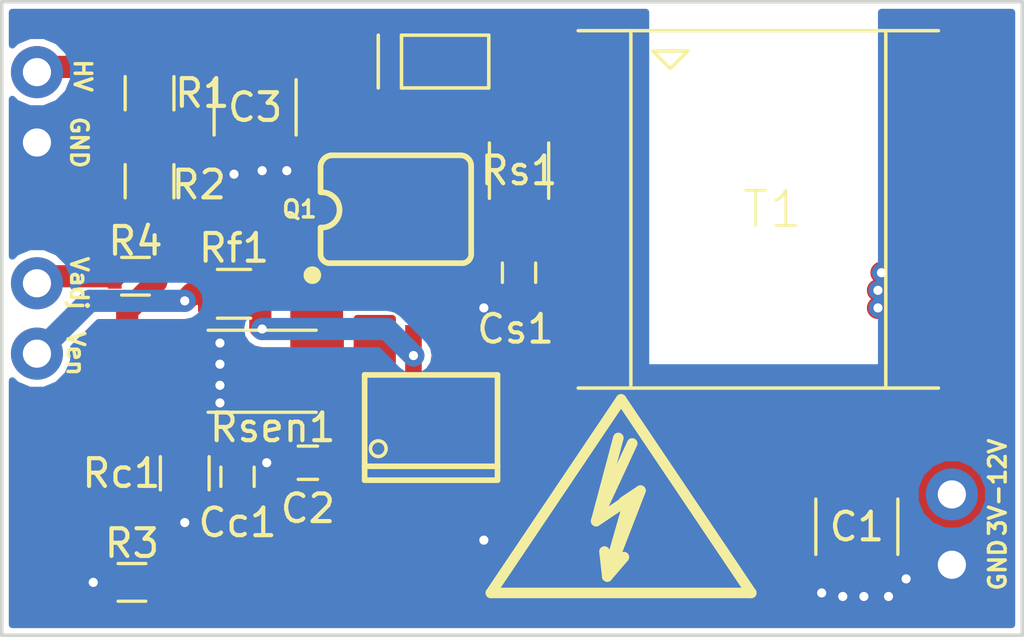
<source format=kicad_pcb>
(kicad_pcb (version 4) (host pcbnew 4.0.6)

  (general
    (links 43)
    (no_connects 0)
    (area 179.006499 60.896499 215.963501 83.883501)
    (thickness 1.6002)
    (drawings 11)
    (tracks 144)
    (zones 0)
    (modules 22)
    (nets 20)
  )

  (page A4)
  (layers
    (0 F.Cu signal)
    (31 B.Cu signal)
    (34 B.Paste user)
    (35 F.Paste user)
    (36 B.SilkS user)
    (37 F.SilkS user)
    (38 B.Mask user)
    (39 F.Mask user)
    (44 Edge.Cuts user)
  )

  (setup
    (last_trace_width 0.254)
    (user_trace_width 0.1524)
    (user_trace_width 0.2)
    (user_trace_width 0.25)
    (user_trace_width 0.3)
    (user_trace_width 0.4)
    (user_trace_width 0.5)
    (user_trace_width 0.6)
    (user_trace_width 0.8)
    (trace_clearance 0.254)
    (zone_clearance 0.1524)
    (zone_45_only no)
    (trace_min 0.1524)
    (segment_width 0.127)
    (edge_width 0.127)
    (via_size 0.6858)
    (via_drill 0.3302)
    (via_min_size 0.6858)
    (via_min_drill 0.3302)
    (uvia_size 0.508)
    (uvia_drill 0.127)
    (uvias_allowed no)
    (uvia_min_size 0.508)
    (uvia_min_drill 0.127)
    (pcb_text_width 0.127)
    (pcb_text_size 0.6 0.6)
    (mod_edge_width 0.127)
    (mod_text_size 0.6 0.6)
    (mod_text_width 0.127)
    (pad_size 1.524 1.524)
    (pad_drill 0.762)
    (pad_to_mask_clearance 0.05)
    (pad_to_paste_clearance -0.04)
    (aux_axis_origin 0 0)
    (visible_elements 7FFFFF7F)
    (pcbplotparams
      (layerselection 0x010fc_80000001)
      (usegerberextensions true)
      (usegerberattributes true)
      (excludeedgelayer true)
      (linewidth 0.127000)
      (plotframeref false)
      (viasonmask false)
      (mode 1)
      (useauxorigin false)
      (hpglpennumber 1)
      (hpglpenspeed 20)
      (hpglpendiameter 15)
      (hpglpenoverlay 2)
      (psnegative false)
      (psa4output false)
      (plotreference true)
      (plotvalue true)
      (plotinvisibletext false)
      (padsonsilk false)
      (subtractmaskfromsilk false)
      (outputformat 1)
      (mirror false)
      (drillshape 0)
      (scaleselection 1)
      (outputdirectory CAM/))
  )

  (net 0 "")
  (net 1 Vin)
  (net 2 GND)
  (net 3 "Net-(C2-Pad1)")
  (net 4 Vout)
  (net 5 Ven)
  (net 6 Vadj)
  (net 7 "Net-(R1-Pad2)")
  (net 8 "Net-(R2-Pad2)")
  (net 9 "Net-(T1-Pad3)")
  (net 10 "Net-(T1-Pad12)")
  (net 11 "Net-(T1-Pad11)")
  (net 12 "Net-(T1-Pad10)")
  (net 13 "Net-(D1-PadA)")
  (net 14 "Net-(Cc1-Pad2)")
  (net 15 "Net-(Cc1-Pad1)")
  (net 16 "Net-(Cs1-Pad2)")
  (net 17 "Net-(Rf1-Pad2)")
  (net 18 "Net-(Q1-Pad5)")
  (net 19 "Net-(Q1-Pad4)")

  (net_class Default "Imperial - this is the standard class"
    (clearance 0.254)
    (trace_width 0.254)
    (via_dia 0.6858)
    (via_drill 0.3302)
    (uvia_dia 0.508)
    (uvia_drill 0.127)
    (add_net GND)
    (add_net "Net-(C2-Pad1)")
    (add_net "Net-(Cc1-Pad1)")
    (add_net "Net-(Cc1-Pad2)")
    (add_net "Net-(Cs1-Pad2)")
    (add_net "Net-(D1-PadA)")
    (add_net "Net-(Q1-Pad4)")
    (add_net "Net-(Q1-Pad5)")
    (add_net "Net-(R1-Pad2)")
    (add_net "Net-(R2-Pad2)")
    (add_net "Net-(Rf1-Pad2)")
    (add_net "Net-(T1-Pad10)")
    (add_net "Net-(T1-Pad11)")
    (add_net "Net-(T1-Pad12)")
    (add_net "Net-(T1-Pad3)")
    (add_net Vadj)
    (add_net Ven)
    (add_net Vin)
    (add_net Vout)
  )

  (net_class 0.2mm ""
    (clearance 0.2)
    (trace_width 0.2)
    (via_dia 0.6858)
    (via_drill 0.3302)
    (uvia_dia 0.508)
    (uvia_drill 0.127)
  )

  (net_class Minimal ""
    (clearance 0.1524)
    (trace_width 0.1524)
    (via_dia 0.6858)
    (via_drill 0.3302)
    (uvia_dia 0.508)
    (uvia_drill 0.127)
  )

  (module Capacitors_SMD:C_1210 (layer F.Cu) (tedit 58AA84E2) (tstamp 59CB702B)
    (at 209.931 79.907 270)
    (descr "Capacitor SMD 1210, reflow soldering, AVX (see smccp.pdf)")
    (tags "capacitor 1210")
    (path /59C9AACA)
    (attr smd)
    (fp_text reference C1 (at 0 0 360) (layer F.SilkS)
      (effects (font (size 1 1) (thickness 0.15)))
    )
    (fp_text value 100uF (at 0 2.5 270) (layer F.Fab)
      (effects (font (size 1 1) (thickness 0.15)))
    )
    (fp_text user %R (at 0 -2.25 270) (layer F.Fab)
      (effects (font (size 1 1) (thickness 0.15)))
    )
    (fp_line (start -1.6 1.25) (end -1.6 -1.25) (layer F.Fab) (width 0.1))
    (fp_line (start 1.6 1.25) (end -1.6 1.25) (layer F.Fab) (width 0.1))
    (fp_line (start 1.6 -1.25) (end 1.6 1.25) (layer F.Fab) (width 0.1))
    (fp_line (start -1.6 -1.25) (end 1.6 -1.25) (layer F.Fab) (width 0.1))
    (fp_line (start 1 -1.48) (end -1 -1.48) (layer F.SilkS) (width 0.12))
    (fp_line (start -1 1.48) (end 1 1.48) (layer F.SilkS) (width 0.12))
    (fp_line (start -2.25 -1.5) (end 2.25 -1.5) (layer F.CrtYd) (width 0.05))
    (fp_line (start -2.25 -1.5) (end -2.25 1.5) (layer F.CrtYd) (width 0.05))
    (fp_line (start 2.25 1.5) (end 2.25 -1.5) (layer F.CrtYd) (width 0.05))
    (fp_line (start 2.25 1.5) (end -2.25 1.5) (layer F.CrtYd) (width 0.05))
    (pad 1 smd rect (at -1.5 0 270) (size 1 2.5) (layers F.Cu F.Paste F.Mask)
      (net 1 Vin))
    (pad 2 smd rect (at 1.5 0 270) (size 1 2.5) (layers F.Cu F.Paste F.Mask)
      (net 2 GND))
    (model Capacitors_SMD.3dshapes/C_1210.wrl
      (at (xyz 0 0 0))
      (scale (xyz 1 1 1))
      (rotate (xyz 0 0 0))
    )
  )

  (module Capacitors_SMD:C_0603 (layer F.Cu) (tedit 59958EE7) (tstamp 59CB703C)
    (at 190.119 77.597 180)
    (descr "Capacitor SMD 0603, reflow soldering, AVX (see smccp.pdf)")
    (tags "capacitor 0603")
    (path /59C997CF)
    (attr smd)
    (fp_text reference C2 (at 0 -1.651 180) (layer F.SilkS)
      (effects (font (size 1 1) (thickness 0.15)))
    )
    (fp_text value 0.01uF (at 0 1.5 180) (layer F.Fab)
      (effects (font (size 1 1) (thickness 0.15)))
    )
    (fp_line (start 1.4 0.65) (end -1.4 0.65) (layer F.CrtYd) (width 0.05))
    (fp_line (start 1.4 0.65) (end 1.4 -0.65) (layer F.CrtYd) (width 0.05))
    (fp_line (start -1.4 -0.65) (end -1.4 0.65) (layer F.CrtYd) (width 0.05))
    (fp_line (start -1.4 -0.65) (end 1.4 -0.65) (layer F.CrtYd) (width 0.05))
    (fp_line (start 0.35 0.6) (end -0.35 0.6) (layer F.SilkS) (width 0.12))
    (fp_line (start -0.35 -0.6) (end 0.35 -0.6) (layer F.SilkS) (width 0.12))
    (fp_line (start -0.8 -0.4) (end 0.8 -0.4) (layer F.Fab) (width 0.1))
    (fp_line (start 0.8 -0.4) (end 0.8 0.4) (layer F.Fab) (width 0.1))
    (fp_line (start 0.8 0.4) (end -0.8 0.4) (layer F.Fab) (width 0.1))
    (fp_line (start -0.8 0.4) (end -0.8 -0.4) (layer F.Fab) (width 0.1))
    (fp_text user %R (at 0 0 180) (layer F.Fab)
      (effects (font (size 0.3 0.3) (thickness 0.075)))
    )
    (pad 2 smd rect (at 0.75 0 180) (size 0.8 0.75) (layers F.Cu F.Paste F.Mask)
      (net 2 GND))
    (pad 1 smd rect (at -0.75 0 180) (size 0.8 0.75) (layers F.Cu F.Paste F.Mask)
      (net 3 "Net-(C2-Pad1)"))
    (model Capacitors_SMD.3dshapes/C_0603.wrl
      (at (xyz 0 0 0))
      (scale (xyz 1 1 1))
      (rotate (xyz 0 0 0))
    )
  )

  (module Capacitors_SMD:C_1210 (layer F.Cu) (tedit 58AA84E2) (tstamp 59CB704D)
    (at 188.214 64.77 270)
    (descr "Capacitor SMD 1210, reflow soldering, AVX (see smccp.pdf)")
    (tags "capacitor 1210")
    (path /59C99D4C)
    (attr smd)
    (fp_text reference C3 (at 0 0 360) (layer F.SilkS)
      (effects (font (size 1 1) (thickness 0.15)))
    )
    (fp_text value 0.22uF (at 0 2.5 270) (layer F.Fab)
      (effects (font (size 1 1) (thickness 0.15)))
    )
    (fp_text user %R (at 0 -2.25 270) (layer F.Fab)
      (effects (font (size 1 1) (thickness 0.15)))
    )
    (fp_line (start -1.6 1.25) (end -1.6 -1.25) (layer F.Fab) (width 0.1))
    (fp_line (start 1.6 1.25) (end -1.6 1.25) (layer F.Fab) (width 0.1))
    (fp_line (start 1.6 -1.25) (end 1.6 1.25) (layer F.Fab) (width 0.1))
    (fp_line (start -1.6 -1.25) (end 1.6 -1.25) (layer F.Fab) (width 0.1))
    (fp_line (start 1 -1.48) (end -1 -1.48) (layer F.SilkS) (width 0.12))
    (fp_line (start -1 1.48) (end 1 1.48) (layer F.SilkS) (width 0.12))
    (fp_line (start -2.25 -1.5) (end 2.25 -1.5) (layer F.CrtYd) (width 0.05))
    (fp_line (start -2.25 -1.5) (end -2.25 1.5) (layer F.CrtYd) (width 0.05))
    (fp_line (start 2.25 1.5) (end 2.25 -1.5) (layer F.CrtYd) (width 0.05))
    (fp_line (start 2.25 1.5) (end -2.25 1.5) (layer F.CrtYd) (width 0.05))
    (pad 1 smd rect (at -1.5 0 270) (size 1 2.5) (layers F.Cu F.Paste F.Mask)
      (net 4 Vout))
    (pad 2 smd rect (at 1.5 0 270) (size 1 2.5) (layers F.Cu F.Paste F.Mask)
      (net 2 GND))
    (model Capacitors_SMD.3dshapes/C_1210.wrl
      (at (xyz 0 0 0))
      (scale (xyz 1 1 1))
      (rotate (xyz 0 0 0))
    )
  )

  (module Capacitors_SMD:C_0603 (layer F.Cu) (tedit 59D4214D) (tstamp 59CB705E)
    (at 187.579 78.105 90)
    (descr "Capacitor SMD 0603, reflow soldering, AVX (see smccp.pdf)")
    (tags "capacitor 0603")
    (path /59C999FD)
    (attr smd)
    (fp_text reference Cc1 (at -1.651 0 180) (layer F.SilkS)
      (effects (font (size 1 1) (thickness 0.15)))
    )
    (fp_text value 22nF (at 0 1.5 90) (layer F.Fab)
      (effects (font (size 1 1) (thickness 0.15)))
    )
    (fp_line (start 1.4 0.65) (end -1.4 0.65) (layer F.CrtYd) (width 0.05))
    (fp_line (start 1.4 0.65) (end 1.4 -0.65) (layer F.CrtYd) (width 0.05))
    (fp_line (start -1.4 -0.65) (end -1.4 0.65) (layer F.CrtYd) (width 0.05))
    (fp_line (start -1.4 -0.65) (end 1.4 -0.65) (layer F.CrtYd) (width 0.05))
    (fp_line (start 0.35 0.6) (end -0.35 0.6) (layer F.SilkS) (width 0.12))
    (fp_line (start -0.35 -0.6) (end 0.35 -0.6) (layer F.SilkS) (width 0.12))
    (fp_line (start -0.8 -0.4) (end 0.8 -0.4) (layer F.Fab) (width 0.1))
    (fp_line (start 0.8 -0.4) (end 0.8 0.4) (layer F.Fab) (width 0.1))
    (fp_line (start 0.8 0.4) (end -0.8 0.4) (layer F.Fab) (width 0.1))
    (fp_line (start -0.8 0.4) (end -0.8 -0.4) (layer F.Fab) (width 0.1))
    (fp_text user %R (at 0 0 90) (layer F.Fab)
      (effects (font (size 0.3 0.3) (thickness 0.075)))
    )
    (pad 2 smd rect (at 0.75 0 90) (size 0.8 0.75) (layers F.Cu F.Paste F.Mask)
      (net 14 "Net-(Cc1-Pad2)"))
    (pad 1 smd rect (at -0.75 0 90) (size 0.8 0.75) (layers F.Cu F.Paste F.Mask)
      (net 15 "Net-(Cc1-Pad1)"))
    (model Capacitors_SMD.3dshapes/C_0603.wrl
      (at (xyz 0 0 0))
      (scale (xyz 1 1 1))
      (rotate (xyz 0 0 0))
    )
  )

  (module Capacitors_SMD:C_0603 (layer F.Cu) (tedit 59D4211F) (tstamp 59CB706F)
    (at 197.739 70.739 90)
    (descr "Capacitor SMD 0603, reflow soldering, AVX (see smccp.pdf)")
    (tags "capacitor 0603")
    (path /59C9A371)
    (attr smd)
    (fp_text reference Cs1 (at -2.032 -0.127 180) (layer F.SilkS)
      (effects (font (size 1 1) (thickness 0.15)))
    )
    (fp_text value 360pF (at 0 1.5 90) (layer F.Fab)
      (effects (font (size 1 1) (thickness 0.15)))
    )
    (fp_line (start 1.4 0.65) (end -1.4 0.65) (layer F.CrtYd) (width 0.05))
    (fp_line (start 1.4 0.65) (end 1.4 -0.65) (layer F.CrtYd) (width 0.05))
    (fp_line (start -1.4 -0.65) (end -1.4 0.65) (layer F.CrtYd) (width 0.05))
    (fp_line (start -1.4 -0.65) (end 1.4 -0.65) (layer F.CrtYd) (width 0.05))
    (fp_line (start 0.35 0.6) (end -0.35 0.6) (layer F.SilkS) (width 0.12))
    (fp_line (start -0.35 -0.6) (end 0.35 -0.6) (layer F.SilkS) (width 0.12))
    (fp_line (start -0.8 -0.4) (end 0.8 -0.4) (layer F.Fab) (width 0.1))
    (fp_line (start 0.8 -0.4) (end 0.8 0.4) (layer F.Fab) (width 0.1))
    (fp_line (start 0.8 0.4) (end -0.8 0.4) (layer F.Fab) (width 0.1))
    (fp_line (start -0.8 0.4) (end -0.8 -0.4) (layer F.Fab) (width 0.1))
    (fp_text user %R (at 0 0 90) (layer F.Fab)
      (effects (font (size 0.3 0.3) (thickness 0.075)))
    )
    (pad 2 smd rect (at 0.75 0 90) (size 0.8 0.75) (layers F.Cu F.Paste F.Mask)
      (net 16 "Net-(Cs1-Pad2)"))
    (pad 1 smd rect (at -0.75 0 90) (size 0.8 0.75) (layers F.Cu F.Paste F.Mask)
      (net 1 Vin))
    (model Capacitors_SMD.3dshapes/C_0603.wrl
      (at (xyz 0 0 0))
      (scale (xyz 1 1 1))
      (rotate (xyz 0 0 0))
    )
  )

  (module nixiemisc:nixiemisc-DO-219AB (layer F.Cu) (tedit 59CC5F67) (tstamp 59CB707A)
    (at 195.072 63.119)
    (path /59CB0EFA)
    (attr smd)
    (fp_text reference D1 (at 0 0) (layer F.SilkS) hide
      (effects (font (thickness 0.15)))
    )
    (fp_text value "ES1FL R3G" (at 0 0) (layer F.SilkS) hide
      (effects (font (thickness 0.15)))
    )
    (fp_line (start -1.5748 -0.9525) (end 1.5748 -0.9525) (layer F.SilkS) (width 0.127))
    (fp_line (start 1.5748 -0.9525) (end 1.5748 0.9525) (layer F.SilkS) (width 0.127))
    (fp_line (start 1.5748 0.9525) (end -1.5748 0.9525) (layer F.SilkS) (width 0.127))
    (fp_line (start -1.5748 0.9525) (end -1.5748 -0.9525) (layer F.SilkS) (width 0.127))
    (fp_line (start -2.413 -0.9525) (end -2.413 0.9525) (layer F.SilkS) (width 0.127))
    (pad A smd rect (at 1.5494 0 180) (size 1.1938 1.397) (layers F.Cu F.Paste F.Mask)
      (net 13 "Net-(D1-PadA)"))
    (pad C smd rect (at -1.5494 0) (size 1.1938 1.397) (layers F.Cu F.Paste F.Mask)
      (net 4 Vout))
  )

  (module SparkFun-Connectors:SparkFun-Connectors-1X02_NO_SILK (layer F.Cu) (tedit 59CC5F9A) (tstamp 59CB70A0)
    (at 180.34 66.04 90)
    (descr "PLATED THROUGH HOLE - NO SILK OUTLINE")
    (tags "PLATED THROUGH HOLE - NO SILK OUTLINE")
    (path /59C9BAB8)
    (attr virtual)
    (fp_text reference J2 (at 0.254 -1.7018 90) (layer F.SilkS) hide
      (effects (font (size 0.6096 0.6096) (thickness 0.127)))
    )
    (fp_text value CONN_01X02 (at 0.5588 1.7272 90) (layer F.SilkS) hide
      (effects (font (size 0.6096 0.6096) (thickness 0.127)))
    )
    (fp_line (start 2.286 0.254) (end 2.794 0.254) (layer Dwgs.User) (width 0.06604))
    (fp_line (start 2.794 0.254) (end 2.794 -0.254) (layer Dwgs.User) (width 0.06604))
    (fp_line (start 2.286 -0.254) (end 2.794 -0.254) (layer Dwgs.User) (width 0.06604))
    (fp_line (start 2.286 0.254) (end 2.286 -0.254) (layer Dwgs.User) (width 0.06604))
    (fp_line (start -0.254 0.254) (end 0.254 0.254) (layer Dwgs.User) (width 0.06604))
    (fp_line (start 0.254 0.254) (end 0.254 -0.254) (layer Dwgs.User) (width 0.06604))
    (fp_line (start -0.254 -0.254) (end 0.254 -0.254) (layer Dwgs.User) (width 0.06604))
    (fp_line (start -0.254 0.254) (end -0.254 -0.254) (layer Dwgs.User) (width 0.06604))
    (pad 1 thru_hole circle (at 0 0 90) (size 1.8796 1.8796) (drill 1.016) (layers *.Cu *.Paste *.Mask)
      (net 2 GND))
    (pad 2 thru_hole circle (at 2.54 0 90) (size 1.8796 1.8796) (drill 1.016) (layers *.Cu *.Paste *.Mask)
      (net 4 Vout))
  )

  (module Resistors_SMD:R_0805 (layer F.Cu) (tedit 58E0A804) (tstamp 59CB70CB)
    (at 184.404 64.262 270)
    (descr "Resistor SMD 0805, reflow soldering, Vishay (see dcrcw.pdf)")
    (tags "resistor 0805")
    (path /59C9CDD9)
    (attr smd)
    (fp_text reference R1 (at 0 -1.905 360) (layer F.SilkS)
      (effects (font (size 1 1) (thickness 0.15)))
    )
    (fp_text value 604k (at 0 1.75 270) (layer F.Fab)
      (effects (font (size 1 1) (thickness 0.15)))
    )
    (fp_text user %R (at 0 0 270) (layer F.Fab)
      (effects (font (size 0.5 0.5) (thickness 0.075)))
    )
    (fp_line (start -1 0.62) (end -1 -0.62) (layer F.Fab) (width 0.1))
    (fp_line (start 1 0.62) (end -1 0.62) (layer F.Fab) (width 0.1))
    (fp_line (start 1 -0.62) (end 1 0.62) (layer F.Fab) (width 0.1))
    (fp_line (start -1 -0.62) (end 1 -0.62) (layer F.Fab) (width 0.1))
    (fp_line (start 0.6 0.88) (end -0.6 0.88) (layer F.SilkS) (width 0.12))
    (fp_line (start -0.6 -0.88) (end 0.6 -0.88) (layer F.SilkS) (width 0.12))
    (fp_line (start -1.55 -0.9) (end 1.55 -0.9) (layer F.CrtYd) (width 0.05))
    (fp_line (start -1.55 -0.9) (end -1.55 0.9) (layer F.CrtYd) (width 0.05))
    (fp_line (start 1.55 0.9) (end 1.55 -0.9) (layer F.CrtYd) (width 0.05))
    (fp_line (start 1.55 0.9) (end -1.55 0.9) (layer F.CrtYd) (width 0.05))
    (pad 1 smd rect (at -0.95 0 270) (size 0.7 1.3) (layers F.Cu F.Paste F.Mask)
      (net 4 Vout))
    (pad 2 smd rect (at 0.95 0 270) (size 0.7 1.3) (layers F.Cu F.Paste F.Mask)
      (net 7 "Net-(R1-Pad2)"))
    (model ${KISYS3DMOD}/Resistors_SMD.3dshapes/R_0805.wrl
      (at (xyz 0 0 0))
      (scale (xyz 1 1 1))
      (rotate (xyz 0 0 0))
    )
  )

  (module Resistors_SMD:R_0805 (layer F.Cu) (tedit 58E0A804) (tstamp 59CB70DC)
    (at 184.404 67.437 270)
    (descr "Resistor SMD 0805, reflow soldering, Vishay (see dcrcw.pdf)")
    (tags "resistor 0805")
    (path /59C99FC3)
    (attr smd)
    (fp_text reference R2 (at 0.127 -1.778 360) (layer F.SilkS)
      (effects (font (size 1 1) (thickness 0.15)))
    )
    (fp_text value 604k (at 0 1.75 270) (layer F.Fab)
      (effects (font (size 1 1) (thickness 0.15)))
    )
    (fp_text user %R (at 0 0 270) (layer F.Fab)
      (effects (font (size 0.5 0.5) (thickness 0.075)))
    )
    (fp_line (start -1 0.62) (end -1 -0.62) (layer F.Fab) (width 0.1))
    (fp_line (start 1 0.62) (end -1 0.62) (layer F.Fab) (width 0.1))
    (fp_line (start 1 -0.62) (end 1 0.62) (layer F.Fab) (width 0.1))
    (fp_line (start -1 -0.62) (end 1 -0.62) (layer F.Fab) (width 0.1))
    (fp_line (start 0.6 0.88) (end -0.6 0.88) (layer F.SilkS) (width 0.12))
    (fp_line (start -0.6 -0.88) (end 0.6 -0.88) (layer F.SilkS) (width 0.12))
    (fp_line (start -1.55 -0.9) (end 1.55 -0.9) (layer F.CrtYd) (width 0.05))
    (fp_line (start -1.55 -0.9) (end -1.55 0.9) (layer F.CrtYd) (width 0.05))
    (fp_line (start 1.55 0.9) (end 1.55 -0.9) (layer F.CrtYd) (width 0.05))
    (fp_line (start 1.55 0.9) (end -1.55 0.9) (layer F.CrtYd) (width 0.05))
    (pad 1 smd rect (at -0.95 0 270) (size 0.7 1.3) (layers F.Cu F.Paste F.Mask)
      (net 7 "Net-(R1-Pad2)"))
    (pad 2 smd rect (at 0.95 0 270) (size 0.7 1.3) (layers F.Cu F.Paste F.Mask)
      (net 8 "Net-(R2-Pad2)"))
    (model ${KISYS3DMOD}/Resistors_SMD.3dshapes/R_0805.wrl
      (at (xyz 0 0 0))
      (scale (xyz 1 1 1))
      (rotate (xyz 0 0 0))
    )
  )

  (module Resistors_SMD:R_0603 (layer F.Cu) (tedit 58E0A804) (tstamp 59CB70ED)
    (at 183.769 81.915 180)
    (descr "Resistor SMD 0603, reflow soldering, Vishay (see dcrcw.pdf)")
    (tags "resistor 0603")
    (path /59C99FFA)
    (attr smd)
    (fp_text reference R3 (at 0 1.409 360) (layer F.SilkS)
      (effects (font (size 1 1) (thickness 0.15)))
    )
    (fp_text value 10.2k (at 0 1.5 180) (layer F.Fab)
      (effects (font (size 1 1) (thickness 0.15)))
    )
    (fp_text user %R (at 0 0 180) (layer F.Fab)
      (effects (font (size 0.4 0.4) (thickness 0.075)))
    )
    (fp_line (start -0.8 0.4) (end -0.8 -0.4) (layer F.Fab) (width 0.1))
    (fp_line (start 0.8 0.4) (end -0.8 0.4) (layer F.Fab) (width 0.1))
    (fp_line (start 0.8 -0.4) (end 0.8 0.4) (layer F.Fab) (width 0.1))
    (fp_line (start -0.8 -0.4) (end 0.8 -0.4) (layer F.Fab) (width 0.1))
    (fp_line (start 0.5 0.68) (end -0.5 0.68) (layer F.SilkS) (width 0.12))
    (fp_line (start -0.5 -0.68) (end 0.5 -0.68) (layer F.SilkS) (width 0.12))
    (fp_line (start -1.25 -0.7) (end 1.25 -0.7) (layer F.CrtYd) (width 0.05))
    (fp_line (start -1.25 -0.7) (end -1.25 0.7) (layer F.CrtYd) (width 0.05))
    (fp_line (start 1.25 0.7) (end 1.25 -0.7) (layer F.CrtYd) (width 0.05))
    (fp_line (start 1.25 0.7) (end -1.25 0.7) (layer F.CrtYd) (width 0.05))
    (pad 1 smd rect (at -0.75 0 180) (size 0.5 0.9) (layers F.Cu F.Paste F.Mask)
      (net 8 "Net-(R2-Pad2)"))
    (pad 2 smd rect (at 0.75 0 180) (size 0.5 0.9) (layers F.Cu F.Paste F.Mask)
      (net 2 GND))
    (model ${KISYS3DMOD}/Resistors_SMD.3dshapes/R_0603.wrl
      (at (xyz 0 0 0))
      (scale (xyz 1 1 1))
      (rotate (xyz 0 0 0))
    )
  )

  (module Resistors_SMD:R_0603 (layer F.Cu) (tedit 58E0A804) (tstamp 59CB70FE)
    (at 183.896 70.866)
    (descr "Resistor SMD 0603, reflow soldering, Vishay (see dcrcw.pdf)")
    (tags "resistor 0603")
    (path /59C9A029)
    (attr smd)
    (fp_text reference R4 (at 0 -1.27 180) (layer F.SilkS)
      (effects (font (size 1 1) (thickness 0.15)))
    )
    (fp_text value 30k (at 0 1.5) (layer F.Fab)
      (effects (font (size 1 1) (thickness 0.15)))
    )
    (fp_text user %R (at 0 0) (layer F.Fab)
      (effects (font (size 0.4 0.4) (thickness 0.075)))
    )
    (fp_line (start -0.8 0.4) (end -0.8 -0.4) (layer F.Fab) (width 0.1))
    (fp_line (start 0.8 0.4) (end -0.8 0.4) (layer F.Fab) (width 0.1))
    (fp_line (start 0.8 -0.4) (end 0.8 0.4) (layer F.Fab) (width 0.1))
    (fp_line (start -0.8 -0.4) (end 0.8 -0.4) (layer F.Fab) (width 0.1))
    (fp_line (start 0.5 0.68) (end -0.5 0.68) (layer F.SilkS) (width 0.12))
    (fp_line (start -0.5 -0.68) (end 0.5 -0.68) (layer F.SilkS) (width 0.12))
    (fp_line (start -1.25 -0.7) (end 1.25 -0.7) (layer F.CrtYd) (width 0.05))
    (fp_line (start -1.25 -0.7) (end -1.25 0.7) (layer F.CrtYd) (width 0.05))
    (fp_line (start 1.25 0.7) (end 1.25 -0.7) (layer F.CrtYd) (width 0.05))
    (fp_line (start 1.25 0.7) (end -1.25 0.7) (layer F.CrtYd) (width 0.05))
    (pad 1 smd rect (at -0.75 0) (size 0.5 0.9) (layers F.Cu F.Paste F.Mask)
      (net 6 Vadj))
    (pad 2 smd rect (at 0.75 0) (size 0.5 0.9) (layers F.Cu F.Paste F.Mask)
      (net 8 "Net-(R2-Pad2)"))
    (model ${KISYS3DMOD}/Resistors_SMD.3dshapes/R_0603.wrl
      (at (xyz 0 0 0))
      (scale (xyz 1 1 1))
      (rotate (xyz 0 0 0))
    )
  )

  (module Resistors_SMD:R_0805 (layer F.Cu) (tedit 59D42147) (tstamp 59CB710F)
    (at 185.674 77.978 270)
    (descr "Resistor SMD 0805, reflow soldering, Vishay (see dcrcw.pdf)")
    (tags "resistor 0805")
    (path /59C99A42)
    (attr smd)
    (fp_text reference Rc1 (at 0 2.286 360) (layer F.SilkS)
      (effects (font (size 1 1) (thickness 0.15)))
    )
    (fp_text value 4.7k (at 0 1.75 270) (layer F.Fab)
      (effects (font (size 1 1) (thickness 0.15)))
    )
    (fp_text user %R (at 0 0 270) (layer F.Fab)
      (effects (font (size 0.5 0.5) (thickness 0.075)))
    )
    (fp_line (start -1 0.62) (end -1 -0.62) (layer F.Fab) (width 0.1))
    (fp_line (start 1 0.62) (end -1 0.62) (layer F.Fab) (width 0.1))
    (fp_line (start 1 -0.62) (end 1 0.62) (layer F.Fab) (width 0.1))
    (fp_line (start -1 -0.62) (end 1 -0.62) (layer F.Fab) (width 0.1))
    (fp_line (start 0.6 0.88) (end -0.6 0.88) (layer F.SilkS) (width 0.12))
    (fp_line (start -0.6 -0.88) (end 0.6 -0.88) (layer F.SilkS) (width 0.12))
    (fp_line (start -1.55 -0.9) (end 1.55 -0.9) (layer F.CrtYd) (width 0.05))
    (fp_line (start -1.55 -0.9) (end -1.55 0.9) (layer F.CrtYd) (width 0.05))
    (fp_line (start 1.55 0.9) (end 1.55 -0.9) (layer F.CrtYd) (width 0.05))
    (fp_line (start 1.55 0.9) (end -1.55 0.9) (layer F.CrtYd) (width 0.05))
    (pad 1 smd rect (at -0.95 0 270) (size 0.7 1.3) (layers F.Cu F.Paste F.Mask)
      (net 14 "Net-(Cc1-Pad2)"))
    (pad 2 smd rect (at 0.95 0 270) (size 0.7 1.3) (layers F.Cu F.Paste F.Mask)
      (net 2 GND))
    (model ${KISYS3DMOD}/Resistors_SMD.3dshapes/R_0805.wrl
      (at (xyz 0 0 0))
      (scale (xyz 1 1 1))
      (rotate (xyz 0 0 0))
    )
  )

  (module Resistors_SMD:R_0805 (layer F.Cu) (tedit 59D42130) (tstamp 59CB7120)
    (at 187.452 71.501)
    (descr "Resistor SMD 0805, reflow soldering, Vishay (see dcrcw.pdf)")
    (tags "resistor 0805")
    (path /59C9A1BE)
    (attr smd)
    (fp_text reference Rf1 (at 0 -1.651 180) (layer F.SilkS)
      (effects (font (size 1 1) (thickness 0.15)))
    )
    (fp_text value 47k (at 0 1.75) (layer F.Fab)
      (effects (font (size 1 1) (thickness 0.15)))
    )
    (fp_text user %R (at 0 0) (layer F.Fab)
      (effects (font (size 0.5 0.5) (thickness 0.075)))
    )
    (fp_line (start -1 0.62) (end -1 -0.62) (layer F.Fab) (width 0.1))
    (fp_line (start 1 0.62) (end -1 0.62) (layer F.Fab) (width 0.1))
    (fp_line (start 1 -0.62) (end 1 0.62) (layer F.Fab) (width 0.1))
    (fp_line (start -1 -0.62) (end 1 -0.62) (layer F.Fab) (width 0.1))
    (fp_line (start 0.6 0.88) (end -0.6 0.88) (layer F.SilkS) (width 0.12))
    (fp_line (start -0.6 -0.88) (end 0.6 -0.88) (layer F.SilkS) (width 0.12))
    (fp_line (start -1.55 -0.9) (end 1.55 -0.9) (layer F.CrtYd) (width 0.05))
    (fp_line (start -1.55 -0.9) (end -1.55 0.9) (layer F.CrtYd) (width 0.05))
    (fp_line (start 1.55 0.9) (end 1.55 -0.9) (layer F.CrtYd) (width 0.05))
    (fp_line (start 1.55 0.9) (end -1.55 0.9) (layer F.CrtYd) (width 0.05))
    (pad 1 smd rect (at -0.95 0) (size 0.7 1.3) (layers F.Cu F.Paste F.Mask)
      (net 5 Ven))
    (pad 2 smd rect (at 0.95 0) (size 0.7 1.3) (layers F.Cu F.Paste F.Mask)
      (net 17 "Net-(Rf1-Pad2)"))
    (model ${KISYS3DMOD}/Resistors_SMD.3dshapes/R_0805.wrl
      (at (xyz 0 0 0))
      (scale (xyz 1 1 1))
      (rotate (xyz 0 0 0))
    )
  )

  (module Resistors_SMD:R_2010 (layer F.Cu) (tedit 59D42140) (tstamp 59CB7131)
    (at 188.468 74.295 180)
    (descr "Resistor SMD 2010, reflow soldering, Vishay (see dcrcw.pdf)")
    (tags "resistor 2010")
    (path /59C9976F)
    (attr smd)
    (fp_text reference Rsen1 (at -0.381 -2.032 360) (layer F.SilkS)
      (effects (font (size 1 1) (thickness 0.15)))
    )
    (fp_text value 0.06 (at 0 2.4 180) (layer F.Fab)
      (effects (font (size 1 1) (thickness 0.15)))
    )
    (fp_text user %R (at 0 0 180) (layer F.Fab)
      (effects (font (size 1 1) (thickness 0.15)))
    )
    (fp_line (start -2.5 1.25) (end -2.5 -1.25) (layer F.Fab) (width 0.1))
    (fp_line (start 2.5 1.25) (end -2.5 1.25) (layer F.Fab) (width 0.1))
    (fp_line (start 2.5 -1.25) (end 2.5 1.25) (layer F.Fab) (width 0.1))
    (fp_line (start -2.5 -1.25) (end 2.5 -1.25) (layer F.Fab) (width 0.1))
    (fp_line (start 1.95 1.48) (end -1.95 1.48) (layer F.SilkS) (width 0.12))
    (fp_line (start -1.95 -1.48) (end 1.95 -1.48) (layer F.SilkS) (width 0.12))
    (fp_line (start -3.2 -1.5) (end 3.2 -1.5) (layer F.CrtYd) (width 0.05))
    (fp_line (start -3.2 -1.5) (end -3.2 1.5) (layer F.CrtYd) (width 0.05))
    (fp_line (start 3.2 1.5) (end 3.2 -1.5) (layer F.CrtYd) (width 0.05))
    (fp_line (start 3.2 1.5) (end -3.2 1.5) (layer F.CrtYd) (width 0.05))
    (pad 1 smd rect (at -2.45 0 180) (size 1 2.5) (layers F.Cu F.Paste F.Mask)
      (net 3 "Net-(C2-Pad1)"))
    (pad 2 smd rect (at 2.45 0 180) (size 1 2.5) (layers F.Cu F.Paste F.Mask)
      (net 2 GND))
    (model ${KISYS3DMOD}/Resistors_SMD.3dshapes/R_2010.wrl
      (at (xyz 0 0 0))
      (scale (xyz 1 1 1))
      (rotate (xyz 0 0 0))
    )
  )

  (module Resistors_SMD:R_1206 (layer F.Cu) (tedit 59D42114) (tstamp 59CB7142)
    (at 197.739 67.056 90)
    (descr "Resistor SMD 1206, reflow soldering, Vishay (see dcrcw.pdf)")
    (tags "resistor 1206")
    (path /59C9A340)
    (attr smd)
    (fp_text reference Rs1 (at 0 0 180) (layer F.SilkS)
      (effects (font (size 1 1) (thickness 0.15)))
    )
    (fp_text value 249 (at 0 1.95 90) (layer F.Fab)
      (effects (font (size 1 1) (thickness 0.15)))
    )
    (fp_text user %R (at 0 0 90) (layer F.Fab)
      (effects (font (size 0.7 0.7) (thickness 0.105)))
    )
    (fp_line (start -1.6 0.8) (end -1.6 -0.8) (layer F.Fab) (width 0.1))
    (fp_line (start 1.6 0.8) (end -1.6 0.8) (layer F.Fab) (width 0.1))
    (fp_line (start 1.6 -0.8) (end 1.6 0.8) (layer F.Fab) (width 0.1))
    (fp_line (start -1.6 -0.8) (end 1.6 -0.8) (layer F.Fab) (width 0.1))
    (fp_line (start 1 1.07) (end -1 1.07) (layer F.SilkS) (width 0.12))
    (fp_line (start -1 -1.07) (end 1 -1.07) (layer F.SilkS) (width 0.12))
    (fp_line (start -2.15 -1.11) (end 2.15 -1.11) (layer F.CrtYd) (width 0.05))
    (fp_line (start -2.15 -1.11) (end -2.15 1.1) (layer F.CrtYd) (width 0.05))
    (fp_line (start 2.15 1.1) (end 2.15 -1.11) (layer F.CrtYd) (width 0.05))
    (fp_line (start 2.15 1.1) (end -2.15 1.1) (layer F.CrtYd) (width 0.05))
    (pad 1 smd rect (at -1.45 0 90) (size 0.9 1.7) (layers F.Cu F.Paste F.Mask)
      (net 16 "Net-(Cs1-Pad2)"))
    (pad 2 smd rect (at 1.45 0 90) (size 0.9 1.7) (layers F.Cu F.Paste F.Mask)
      (net 18 "Net-(Q1-Pad5)"))
    (model ${KISYS3DMOD}/Resistors_SMD.3dshapes/R_1206.wrl
      (at (xyz 0 0 0))
      (scale (xyz 1 1 1))
      (rotate (xyz 0 0 0))
    )
  )

  (module nixiemisc:nixiemisc-WE-FLEX_ER11_5 (layer F.Cu) (tedit 59CD857C) (tstamp 59CB715F)
    (at 206.375 68.453 90)
    (path /59C9939D)
    (attr smd)
    (fp_text reference T1 (at 0 0.508 180) (layer F.SilkS)
      (effects (font (size 1.27 1.27) (thickness 0.1016)))
    )
    (fp_text value WE-FLEX_ER11_5 (at -8.128 0.254 180) (layer F.SilkS) hide
      (effects (font (size 1.27 1.27) (thickness 0.1016)))
    )
    (fp_line (start 5.715 -2.54) (end 5.08 -3.175) (layer F.SilkS) (width 0.127))
    (fp_line (start 5.08 -3.175) (end 5.715 -3.81) (layer F.SilkS) (width 0.127))
    (fp_line (start 5.715 -3.81) (end 5.715 -2.54) (layer F.SilkS) (width 0.127))
    (fp_line (start 6.44906 6.49986) (end 6.44906 -6.49986) (layer F.SilkS) (width 0.127))
    (fp_line (start 6.44906 -6.49986) (end -6.44906 -6.49986) (layer Dwgs.User) (width 0.127))
    (fp_line (start -6.44906 -6.49986) (end -6.44906 6.49986) (layer F.SilkS) (width 0.127))
    (fp_line (start -6.44906 6.49986) (end 6.44906 6.49986) (layer Dwgs.User) (width 0.127))
    (fp_line (start 6.35 4.59994) (end -6.35 4.59994) (layer F.SilkS) (width 0.127))
    (fp_line (start 6.35 -4.59994) (end -6.35 -4.59994) (layer F.SilkS) (width 0.127))
    (fp_line (start 6.69798 7.59968) (end 6.69798 -7.59968) (layer Dwgs.User) (width 0.127))
    (fp_line (start 6.69798 -7.59968) (end -6.69798 -7.59968) (layer Dwgs.User) (width 0.127))
    (fp_line (start -6.69798 -7.59968) (end -6.69798 7.59968) (layer Dwgs.User) (width 0.127))
    (fp_line (start -6.69798 7.59968) (end 6.69798 7.59968) (layer Dwgs.User) (width 0.127))
    (pad 1 smd rect (at 4.99872 -5.97408 270) (size 1.4986 2.2479) (layers F.Cu F.Paste F.Mask)
      (net 13 "Net-(D1-PadA)"))
    (pad 2 smd rect (at 2.99974 -5.97408 270) (size 1.4986 2.2479) (layers F.Cu F.Paste F.Mask)
      (net 18 "Net-(Q1-Pad5)"))
    (pad 3 smd rect (at 0.99822 -5.97408 270) (size 1.4986 2.2479) (layers F.Cu F.Paste F.Mask)
      (net 9 "Net-(T1-Pad3)"))
    (pad 4 smd rect (at -0.99822 -5.97408 270) (size 1.4986 2.2479) (layers F.Cu F.Paste F.Mask)
      (net 9 "Net-(T1-Pad3)"))
    (pad 5 smd rect (at -2.99974 -5.97408 270) (size 1.4986 2.2479) (layers F.Cu F.Paste F.Mask)
      (net 1 Vin))
    (pad 6 smd rect (at -4.99872 -5.97408 270) (size 1.4986 2.2479) (layers F.Cu F.Paste F.Mask)
      (net 10 "Net-(T1-Pad12)"))
    (pad 7 smd rect (at -4.99872 5.97408 270) (size 1.4986 2.2479) (layers F.Cu F.Paste F.Mask)
      (net 11 "Net-(T1-Pad11)"))
    (pad 8 smd rect (at -2.99974 5.97408 270) (size 1.4986 2.2479) (layers F.Cu F.Paste F.Mask)
      (net 2 GND))
    (pad 9 smd rect (at -0.99822 5.97408 270) (size 1.4986 2.2479) (layers F.Cu F.Paste F.Mask)
      (net 12 "Net-(T1-Pad10)"))
    (pad 10 smd rect (at 0.99822 5.97408 270) (size 1.4986 2.2479) (layers F.Cu F.Paste F.Mask)
      (net 12 "Net-(T1-Pad10)"))
    (pad 11 smd rect (at 2.99974 5.97408 270) (size 1.4986 2.2479) (layers F.Cu F.Paste F.Mask)
      (net 11 "Net-(T1-Pad11)"))
    (pad 12 smd rect (at 4.99872 5.97408 270) (size 1.4986 2.2479) (layers F.Cu F.Paste F.Mask)
      (net 10 "Net-(T1-Pad12)"))
  )

  (module SparkFun-Connectors:SparkFun-Connectors-1X02_NO_SILK (layer F.Cu) (tedit 59CC5F94) (tstamp 59CC58DB)
    (at 180.34 71.12 270)
    (descr "PLATED THROUGH HOLE - NO SILK OUTLINE")
    (tags "PLATED THROUGH HOLE - NO SILK OUTLINE")
    (path /59CC5F0B)
    (attr virtual)
    (fp_text reference J3 (at 0.254 2.286 270) (layer F.SilkS) hide
      (effects (font (size 0.6096 0.6096) (thickness 0.127)))
    )
    (fp_text value CONN_01X02 (at 0.5588 1.7272 270) (layer F.SilkS) hide
      (effects (font (size 0.6096 0.6096) (thickness 0.127)))
    )
    (fp_line (start 2.286 0.254) (end 2.794 0.254) (layer Dwgs.User) (width 0.06604))
    (fp_line (start 2.794 0.254) (end 2.794 -0.254) (layer Dwgs.User) (width 0.06604))
    (fp_line (start 2.286 -0.254) (end 2.794 -0.254) (layer Dwgs.User) (width 0.06604))
    (fp_line (start 2.286 0.254) (end 2.286 -0.254) (layer Dwgs.User) (width 0.06604))
    (fp_line (start -0.254 0.254) (end 0.254 0.254) (layer Dwgs.User) (width 0.06604))
    (fp_line (start 0.254 0.254) (end 0.254 -0.254) (layer Dwgs.User) (width 0.06604))
    (fp_line (start -0.254 -0.254) (end 0.254 -0.254) (layer Dwgs.User) (width 0.06604))
    (fp_line (start -0.254 0.254) (end -0.254 -0.254) (layer Dwgs.User) (width 0.06604))
    (pad 1 thru_hole circle (at 0 0 270) (size 1.8796 1.8796) (drill 1.016) (layers *.Cu *.Paste *.Mask)
      (net 6 Vadj))
    (pad 2 thru_hole circle (at 2.54 0 270) (size 1.8796 1.8796) (drill 1.016) (layers *.Cu *.Paste *.Mask)
      (net 5 Ven))
  )

  (module SparkFun-Connectors:SparkFun-Connectors-1X02_NO_SILK (layer F.Cu) (tedit 59CC5FA3) (tstamp 59CC59B0)
    (at 213.36 81.28 90)
    (descr "PLATED THROUGH HOLE - NO SILK OUTLINE")
    (tags "PLATED THROUGH HOLE - NO SILK OUTLINE")
    (path /59CC5EB0)
    (attr virtual)
    (fp_text reference J1 (at 0.254 -1.7018 90) (layer F.SilkS) hide
      (effects (font (size 0.6096 0.6096) (thickness 0.127)))
    )
    (fp_text value CONN_01X02 (at 0.5588 1.7272 90) (layer F.SilkS) hide
      (effects (font (size 0.6096 0.6096) (thickness 0.127)))
    )
    (fp_line (start 2.286 0.254) (end 2.794 0.254) (layer Dwgs.User) (width 0.06604))
    (fp_line (start 2.794 0.254) (end 2.794 -0.254) (layer Dwgs.User) (width 0.06604))
    (fp_line (start 2.286 -0.254) (end 2.794 -0.254) (layer Dwgs.User) (width 0.06604))
    (fp_line (start 2.286 0.254) (end 2.286 -0.254) (layer Dwgs.User) (width 0.06604))
    (fp_line (start -0.254 0.254) (end 0.254 0.254) (layer Dwgs.User) (width 0.06604))
    (fp_line (start 0.254 0.254) (end 0.254 -0.254) (layer Dwgs.User) (width 0.06604))
    (fp_line (start -0.254 -0.254) (end 0.254 -0.254) (layer Dwgs.User) (width 0.06604))
    (fp_line (start -0.254 0.254) (end -0.254 -0.254) (layer Dwgs.User) (width 0.06604))
    (pad 1 thru_hole circle (at 0 0 90) (size 1.8796 1.8796) (drill 1.016) (layers *.Cu *.Paste *.Mask)
      (net 2 GND))
    (pad 2 thru_hole circle (at 2.54 0 90) (size 1.8796 1.8796) (drill 1.016) (layers *.Cu *.Paste *.Mask)
      (net 1 Vin))
  )

  (module nixiemisc:nixiemisc-SOIC8 (layer F.Cu) (tedit 59CC7C2E) (tstamp 59CB7192)
    (at 194.564 76.327)
    (descr "SMALL OUTLINE IC")
    (tags "SMALL OUTLINE IC")
    (path /59C866DF)
    (attr smd)
    (fp_text reference U1 (at -3.302 -1.27 90) (layer F.SilkS) hide
      (effects (font (size 1.27 1.27) (thickness 0.1016)))
    )
    (fp_text value LM3478SOIC8 (at 3.302 -1.905 90) (layer F.SilkS) hide
      (effects (font (size 1.27 1.27) (thickness 0.1016)))
    )
    (fp_line (start -2.14884 3.0988) (end -1.65862 3.0988) (layer Dwgs.User) (width 0.06604))
    (fp_line (start -1.65862 3.0988) (end -1.65862 1.99898) (layer Dwgs.User) (width 0.06604))
    (fp_line (start -2.14884 1.99898) (end -1.65862 1.99898) (layer Dwgs.User) (width 0.06604))
    (fp_line (start -2.14884 3.0988) (end -2.14884 1.99898) (layer Dwgs.User) (width 0.06604))
    (fp_line (start -0.87884 3.0988) (end -0.38862 3.0988) (layer Dwgs.User) (width 0.06604))
    (fp_line (start -0.38862 3.0988) (end -0.38862 1.99898) (layer Dwgs.User) (width 0.06604))
    (fp_line (start -0.87884 1.99898) (end -0.38862 1.99898) (layer Dwgs.User) (width 0.06604))
    (fp_line (start -0.87884 3.0988) (end -0.87884 1.99898) (layer Dwgs.User) (width 0.06604))
    (fp_line (start 0.38862 3.0988) (end 0.87884 3.0988) (layer Dwgs.User) (width 0.06604))
    (fp_line (start 0.87884 3.0988) (end 0.87884 1.99898) (layer Dwgs.User) (width 0.06604))
    (fp_line (start 0.38862 1.99898) (end 0.87884 1.99898) (layer Dwgs.User) (width 0.06604))
    (fp_line (start 0.38862 3.0988) (end 0.38862 1.99898) (layer Dwgs.User) (width 0.06604))
    (fp_line (start 1.65862 3.0988) (end 2.14884 3.0988) (layer Dwgs.User) (width 0.06604))
    (fp_line (start 2.14884 3.0988) (end 2.14884 1.99898) (layer Dwgs.User) (width 0.06604))
    (fp_line (start 1.65862 1.99898) (end 2.14884 1.99898) (layer Dwgs.User) (width 0.06604))
    (fp_line (start 1.65862 3.0988) (end 1.65862 1.99898) (layer Dwgs.User) (width 0.06604))
    (fp_line (start 1.65862 -1.99898) (end 2.14884 -1.99898) (layer Dwgs.User) (width 0.06604))
    (fp_line (start 2.14884 -1.99898) (end 2.14884 -3.0988) (layer Dwgs.User) (width 0.06604))
    (fp_line (start 1.65862 -3.0988) (end 2.14884 -3.0988) (layer Dwgs.User) (width 0.06604))
    (fp_line (start 1.65862 -1.99898) (end 1.65862 -3.0988) (layer Dwgs.User) (width 0.06604))
    (fp_line (start 0.38862 -1.99898) (end 0.87884 -1.99898) (layer Dwgs.User) (width 0.06604))
    (fp_line (start 0.87884 -1.99898) (end 0.87884 -3.0988) (layer Dwgs.User) (width 0.06604))
    (fp_line (start 0.38862 -3.0988) (end 0.87884 -3.0988) (layer Dwgs.User) (width 0.06604))
    (fp_line (start 0.38862 -1.99898) (end 0.38862 -3.0988) (layer Dwgs.User) (width 0.06604))
    (fp_line (start -0.87884 -1.99898) (end -0.38862 -1.99898) (layer Dwgs.User) (width 0.06604))
    (fp_line (start -0.38862 -1.99898) (end -0.38862 -3.0988) (layer Dwgs.User) (width 0.06604))
    (fp_line (start -0.87884 -3.0988) (end -0.38862 -3.0988) (layer Dwgs.User) (width 0.06604))
    (fp_line (start -0.87884 -1.99898) (end -0.87884 -3.0988) (layer Dwgs.User) (width 0.06604))
    (fp_line (start -2.14884 -1.99898) (end -1.65862 -1.99898) (layer Dwgs.User) (width 0.06604))
    (fp_line (start -1.65862 -1.99898) (end -1.65862 -3.0988) (layer Dwgs.User) (width 0.06604))
    (fp_line (start -2.14884 -3.0988) (end -1.65862 -3.0988) (layer Dwgs.User) (width 0.06604))
    (fp_line (start -2.14884 -1.99898) (end -2.14884 -3.0988) (layer Dwgs.User) (width 0.06604))
    (fp_line (start 2.39776 -1.89992) (end 2.39776 1.39954) (layer F.SilkS) (width 0.2032))
    (fp_line (start 2.39776 1.39954) (end 2.39776 1.89992) (layer F.SilkS) (width 0.2032))
    (fp_line (start 2.39776 1.89992) (end -2.39776 1.89992) (layer F.SilkS) (width 0.2032))
    (fp_line (start -2.39776 1.89992) (end -2.39776 1.39954) (layer F.SilkS) (width 0.2032))
    (fp_line (start -2.39776 1.39954) (end -2.39776 -1.89992) (layer F.SilkS) (width 0.2032))
    (fp_line (start -2.39776 -1.89992) (end 2.39776 -1.89992) (layer F.SilkS) (width 0.2032))
    (fp_line (start 2.39776 1.39954) (end -2.39776 1.39954) (layer F.SilkS) (width 0.2032))
    (fp_circle (center -1.905 0.762) (end -1.905 0.48006) (layer F.SilkS) (width 0.127))
    (pad 1 smd rect (at -1.905 2.59842) (size 0.59944 2.19964) (layers F.Cu F.Paste F.Mask)
      (net 3 "Net-(C2-Pad1)"))
    (pad 2 smd rect (at -0.635 2.59842) (size 0.59944 2.19964) (layers F.Cu F.Paste F.Mask)
      (net 15 "Net-(Cc1-Pad1)"))
    (pad 3 smd rect (at 0.635 2.59842) (size 0.59944 2.19964) (layers F.Cu F.Paste F.Mask)
      (net 8 "Net-(R2-Pad2)"))
    (pad 4 smd rect (at 1.905 2.59842) (size 0.59944 2.19964) (layers F.Cu F.Paste F.Mask)
      (net 2 GND))
    (pad 5 smd rect (at 1.905 -2.59842) (size 0.59944 2.19964) (layers F.Cu F.Paste F.Mask)
      (net 2 GND))
    (pad 6 smd rect (at 0.635 -2.59842) (size 0.59944 2.19964) (layers F.Cu F.Paste F.Mask)
      (net 19 "Net-(Q1-Pad4)"))
    (pad 7 smd rect (at -0.635 -2.59842) (size 0.59944 2.19964) (layers F.Cu F.Paste F.Mask)
      (net 17 "Net-(Rf1-Pad2)"))
    (pad 8 smd rect (at -1.905 -2.59842) (size 0.59944 2.19964) (layers F.Cu F.Paste F.Mask)
      (net 1 Vin))
  )

  (module logos:mermaid_l (layer B.Cu) (tedit 0) (tstamp 59CC7DBC)
    (at 205.867 79.629 180)
    (fp_text reference G*** (at 0 0 180) (layer B.SilkS) hide
      (effects (font (thickness 0.3)) (justify mirror))
    )
    (fp_text value LOGO (at 0.75 0 180) (layer B.SilkS) hide
      (effects (font (thickness 0.3)) (justify mirror))
    )
    (fp_poly (pts (xy 0.016811 3.773536) (xy 0.035492 3.771585) (xy 0.039687 3.770741) (xy 0.079417 3.757244)
      (xy 0.111324 3.737775) (xy 0.124832 3.725513) (xy 0.142677 3.704599) (xy 0.153161 3.684612)
      (xy 0.15793 3.661447) (xy 0.15875 3.64097) (xy 0.158058 3.61993) (xy 0.155124 3.604749)
      (xy 0.148654 3.590748) (xy 0.141938 3.580059) (xy 0.122141 3.557766) (xy 0.098998 3.544256)
      (xy 0.074141 3.539962) (xy 0.049199 3.545313) (xy 0.036501 3.55221) (xy 0.025568 3.560763)
      (xy 0.019906 3.570026) (xy 0.017449 3.584153) (xy 0.016932 3.59157) (xy 0.016648 3.608477)
      (xy 0.018904 3.618133) (xy 0.024587 3.623743) (xy 0.026084 3.624592) (xy 0.039465 3.627784)
      (xy 0.050441 3.626922) (xy 0.059967 3.622881) (xy 0.061919 3.615123) (xy 0.060823 3.608777)
      (xy 0.060289 3.596153) (xy 0.064906 3.590901) (xy 0.073078 3.592235) (xy 0.083211 3.599369)
      (xy 0.093713 3.61152) (xy 0.102989 3.6279) (xy 0.103896 3.629997) (xy 0.108418 3.643365)
      (xy 0.108287 3.6547) (xy 0.103467 3.669685) (xy 0.087643 3.698859) (xy 0.064252 3.721926)
      (xy 0.050164 3.731216) (xy 0.036916 3.737802) (xy 0.022748 3.741623) (xy 0.004134 3.743365)
      (xy -0.014288 3.743716) (xy -0.040147 3.742911) (xy -0.057394 3.740394) (xy -0.064294 3.73724)
      (xy -0.073648 3.731439) (xy -0.077728 3.730626) (xy -0.088165 3.726605) (xy -0.102163 3.716065)
      (xy -0.117406 3.701291) (xy -0.131579 3.684564) (xy -0.142367 3.668169) (xy -0.143717 3.665542)
      (xy -0.151883 3.648712) (xy -0.159332 3.633251) (xy -0.163088 3.620111) (xy -0.165384 3.598867)
      (xy -0.16631 3.568514) (xy -0.166318 3.553876) (xy -0.166026 3.5265) (xy -0.165145 3.506715)
      (xy -0.163111 3.491529) (xy -0.159359 3.477949) (xy -0.153324 3.462983) (xy -0.14625 3.447521)
      (xy -0.121753 3.405235) (xy -0.0903 3.36927) (xy -0.051325 3.33924) (xy -0.004264 3.314759)
      (xy 0.051447 3.295441) (xy 0.089958 3.28602) (xy 0.119366 3.282227) (xy 0.156195 3.281263)
      (xy 0.197719 3.282946) (xy 0.241212 3.28709) (xy 0.283951 3.293513) (xy 0.321687 3.301638)
      (xy 0.342155 3.307861) (xy 0.360849 3.315263) (xy 0.376278 3.322945) (xy 0.386953 3.330006)
      (xy 0.391385 3.335547) (xy 0.388082 3.338667) (xy 0.383597 3.339042) (xy 0.373649 3.342219)
      (xy 0.357833 3.350734) (xy 0.338335 3.36306) (xy 0.317344 3.377673) (xy 0.297047 3.393046)
      (xy 0.279632 3.407655) (xy 0.267286 3.419973) (xy 0.26692 3.420407) (xy 0.246827 3.446164)
      (xy 0.232225 3.469838) (xy 0.221889 3.494463) (xy 0.214597 3.523071) (xy 0.209127 3.558694)
      (xy 0.208269 3.565849) (xy 0.208225 3.599519) (xy 0.214696 3.635439) (xy 0.226608 3.670269)
      (xy 0.242885 3.700666) (xy 0.257355 3.718587) (xy 0.284712 3.739246) (xy 0.316451 3.752322)
      (xy 0.350326 3.757709) (xy 0.384089 3.755304) (xy 0.415495 3.745003) (xy 0.441854 3.727116)
      (xy 0.456743 3.708989) (xy 0.464158 3.687733) (xy 0.465666 3.667574) (xy 0.46447 3.649678)
      (xy 0.459418 3.636679) (xy 0.44831 3.623019) (xy 0.447843 3.622523) (xy 0.432662 3.60928)
      (xy 0.418526 3.60395) (xy 0.413448 3.603625) (xy 0.394908 3.608269) (xy 0.381565 3.620647)
      (xy 0.375782 3.638431) (xy 0.375708 3.640833) (xy 0.378805 3.655072) (xy 0.386689 3.660815)
      (xy 0.397247 3.657238) (xy 0.40302 3.65151) (xy 0.411119 3.643576) (xy 0.417703 3.64383)
      (xy 0.420717 3.645984) (xy 0.426691 3.656909) (xy 0.428309 3.673525) (xy 0.425542 3.691863)
      (xy 0.421138 3.703294) (xy 0.410709 3.716673) (xy 0.399156 3.725521) (xy 0.381042 3.731036)
      (xy 0.358057 3.732598) (xy 0.335132 3.730244) (xy 0.318905 3.724949) (xy 0.298369 3.711409)
      (xy 0.278961 3.693672) (xy 0.264484 3.675356) (xy 0.26187 3.670693) (xy 0.258107 3.658302)
      (xy 0.255508 3.640465) (xy 0.254155 3.620218) (xy 0.254128 3.6006) (xy 0.25551 3.584648)
      (xy 0.258381 3.5754) (xy 0.259291 3.574521) (xy 0.263387 3.567227) (xy 0.264583 3.558334)
      (xy 0.266434 3.54854) (xy 0.269875 3.545417) (xy 0.274956 3.541344) (xy 0.275166 3.539772)
      (xy 0.278369 3.532005) (xy 0.286651 3.519125) (xy 0.298022 3.503894) (xy 0.310492 3.489074)
      (xy 0.315691 3.483521) (xy 0.332808 3.469181) (xy 0.356966 3.453086) (xy 0.385192 3.436898)
      (xy 0.41451 3.422278) (xy 0.441945 3.410886) (xy 0.451563 3.407656) (xy 0.513508 3.39253)
      (xy 0.572008 3.386659) (xy 0.6285 3.390216) (xy 0.684423 3.403376) (xy 0.741216 3.42631)
      (xy 0.78052 3.447259) (xy 0.817352 3.46804) (xy 0.848125 3.483558) (xy 0.875501 3.494552)
      (xy 0.902139 3.501759) (xy 0.9307 3.505917) (xy 0.963843 3.507764) (xy 0.999762 3.50806)
      (xy 1.029829 3.507596) (xy 1.058475 3.506543) (xy 1.08289 3.505047) (xy 1.100268 3.50325)
      (xy 1.103312 3.502746) (xy 1.124251 3.498943) (xy 1.148566 3.494739) (xy 1.16152 3.492588)
      (xy 1.183437 3.488718) (xy 1.205109 3.484407) (xy 1.21576 3.482026) (xy 1.242534 3.475574)
      (xy 1.261268 3.470981) (xy 1.27422 3.467665) (xy 1.283649 3.465044) (xy 1.29181 3.462534)
      (xy 1.293812 3.46189) (xy 1.330054 3.447173) (xy 1.362613 3.428217) (xy 1.390124 3.406284)
      (xy 1.411222 3.382636) (xy 1.42454 3.358536) (xy 1.428749 3.337087) (xy 1.430965 3.31796)
      (xy 1.436932 3.293293) (xy 1.445634 3.266996) (xy 1.4496 3.257021) (xy 1.460028 3.223921)
      (xy 1.465344 3.188889) (xy 1.465701 3.173183) (xy 1.465206 3.152449) (xy 1.465622 3.140318)
      (xy 1.467505 3.134815) (xy 1.471411 3.133966) (xy 1.476375 3.135313) (xy 1.485246 3.136563)
      (xy 1.485546 3.132317) (xy 1.477379 3.123141) (xy 1.473497 3.119686) (xy 1.464568 3.110292)
      (xy 1.463129 3.101507) (xy 1.465406 3.093994) (xy 1.472998 3.082438) (xy 1.485846 3.06985)
      (xy 1.491895 3.065257) (xy 1.507592 3.051442) (xy 1.513053 3.038041) (xy 1.508312 3.023896)
      (xy 1.493572 3.007997) (xy 1.481954 2.996879) (xy 1.477871 2.989625) (xy 1.480148 2.984092)
      (xy 1.480343 2.983889) (xy 1.48489 2.973373) (xy 1.486712 2.956585) (xy 1.485771 2.93749)
      (xy 1.482027 2.920051) (xy 1.481007 2.917281) (xy 1.468042 2.883178) (xy 1.459777 2.85676)
      (xy 1.455764 2.836468) (xy 1.455208 2.827306) (xy 1.451635 2.812089) (xy 1.440656 2.801224)
      (xy 1.433744 2.797314) (xy 1.425278 2.794661) (xy 1.41333 2.793085) (xy 1.395971 2.79241)
      (xy 1.371273 2.792457) (xy 1.349375 2.792809) (xy 1.31873 2.793255) (xy 1.296659 2.793112)
      (xy 1.281157 2.792186) (xy 1.270221 2.790279) (xy 1.261849 2.787196) (xy 1.255447 2.783626)
      (xy 1.244268 2.774775) (xy 1.238474 2.766405) (xy 1.23825 2.764974) (xy 1.235863 2.757876)
      (xy 1.233805 2.756959) (xy 1.229201 2.752098) (xy 1.223916 2.739092) (xy 1.218503 2.720308)
      (xy 1.213515 2.698112) (xy 1.209506 2.674871) (xy 1.207028 2.652951) (xy 1.2065 2.640132)
      (xy 1.207874 2.614203) (xy 1.211589 2.582523) (xy 1.217032 2.549504) (xy 1.222776 2.522803)
      (xy 1.235661 2.473043) (xy 1.247332 2.433315) (xy 1.257929 2.403156) (xy 1.259293 2.399771)
      (xy 1.264013 2.387513) (xy 1.269636 2.371955) (xy 1.270086 2.370667) (xy 1.278721 2.347809)
      (xy 1.289907 2.322021) (xy 1.304888 2.290463) (xy 1.308378 2.283355) (xy 1.317963 2.259043)
      (xy 1.323702 2.234224) (xy 1.325348 2.211548) (xy 1.322652 2.19366) (xy 1.317561 2.184909)
      (xy 1.307186 2.176016) (xy 1.292853 2.165074) (xy 1.277255 2.153968) (xy 1.263087 2.144581)
      (xy 1.253044 2.138797) (xy 1.250232 2.137834) (xy 1.242386 2.13401) (xy 1.231208 2.124466)
      (xy 1.219519 2.11209) (xy 1.21014 2.099773) (xy 1.206613 2.093154) (xy 1.204218 2.073293)
      (xy 1.210459 2.048342) (xy 1.211685 2.04523) (xy 1.220793 2.023791) (xy 1.23213 1.998543)
      (xy 1.244765 1.971403) (xy 1.257766 1.944284) (xy 1.270202 1.9191) (xy 1.281142 1.897767)
      (xy 1.289653 1.882198) (xy 1.294804 1.874308) (xy 1.294911 1.874195) (xy 1.300737 1.866426)
      (xy 1.30175 1.863411) (xy 1.305702 1.855954) (xy 1.316422 1.843726) (xy 1.332206 1.828296)
      (xy 1.351351 1.811235) (xy 1.372151 1.794113) (xy 1.392903 1.778501) (xy 1.397 1.775628)
      (xy 1.412481 1.764474) (xy 1.432822 1.749179) (xy 1.456251 1.731147) (xy 1.480994 1.711783)
      (xy 1.505277 1.692489) (xy 1.527327 1.674669) (xy 1.54537 1.659728) (xy 1.557633 1.649068)
      (xy 1.561041 1.645785) (xy 1.566531 1.641261) (xy 1.577559 1.632846) (xy 1.584854 1.62743)
      (xy 1.599074 1.616479) (xy 1.610642 1.606732) (xy 1.613958 1.603563) (xy 1.621166 1.597319)
      (xy 1.63503 1.586326) (xy 1.653625 1.57203) (xy 1.675029 1.555881) (xy 1.697317 1.539326)
      (xy 1.718566 1.523814) (xy 1.736854 1.510793) (xy 1.740958 1.507944) (xy 1.75542 1.497422)
      (xy 1.767734 1.487559) (xy 1.769672 1.48584) (xy 1.781335 1.477351) (xy 1.789516 1.473434)
      (xy 1.797549 1.469117) (xy 1.799166 1.466423) (xy 1.803588 1.462135) (xy 1.814535 1.456503)
      (xy 1.817687 1.455209) (xy 1.829662 1.449593) (xy 1.835937 1.444862) (xy 1.836208 1.4441)
      (xy 1.840779 1.440501) (xy 1.852852 1.434525) (xy 1.869967 1.42737) (xy 1.872824 1.426267)
      (xy 1.88894 1.420424) (xy 1.902804 1.416562) (xy 1.917198 1.414357) (xy 1.934907 1.413483)
      (xy 1.958714 1.413615) (xy 1.977334 1.414048) (xy 2.011477 1.415666) (xy 2.050591 1.418652)
      (xy 2.089221 1.422539) (xy 2.114726 1.425785) (xy 2.14488 1.42989) (xy 2.16751 1.432256)
      (xy 2.18552 1.432964) (xy 2.201812 1.432095) (xy 2.219288 1.429731) (xy 2.224528 1.428856)
      (xy 2.245404 1.424861) (xy 2.257747 1.421152) (xy 2.263552 1.416902) (xy 2.264833 1.412127)
      (xy 2.263508 1.406717) (xy 2.257986 1.403732) (xy 2.245944 1.402491) (xy 2.231409 1.402292)
      (xy 2.207764 1.401303) (xy 2.182238 1.398663) (xy 2.158033 1.394866) (xy 2.138355 1.390404)
      (xy 2.12725 1.386276) (xy 2.123304 1.383434) (xy 2.123829 1.381057) (xy 2.130164 1.378752)
      (xy 2.143652 1.376125) (xy 2.165634 1.37278) (xy 2.180166 1.370725) (xy 2.208747 1.366286)
      (xy 2.230983 1.361492) (xy 2.251087 1.355226) (xy 2.27327 1.34637) (xy 2.275416 1.345449)
      (xy 2.291879 1.337058) (xy 2.307873 1.326809) (xy 2.32072 1.316668) (xy 2.327745 1.308602)
      (xy 2.328333 1.306591) (xy 2.323743 1.304335) (xy 2.312281 1.304011) (xy 2.297402 1.305252)
      (xy 2.282566 1.307694) (xy 2.271229 1.31097) (xy 2.267743 1.312991) (xy 2.258675 1.31683)
      (xy 2.251604 1.317626) (xy 2.239817 1.320172) (xy 2.234786 1.323331) (xy 2.225761 1.326846)
      (xy 2.213884 1.326984) (xy 2.204136 1.325219) (xy 2.204029 1.323129) (xy 2.20927 1.320799)
      (xy 2.23606 1.310129) (xy 2.25511 1.301894) (xy 2.268643 1.294964) (xy 2.278885 1.288209)
      (xy 2.287322 1.281169) (xy 2.296853 1.2715) (xy 2.301715 1.264499) (xy 2.301875 1.263719)
      (xy 2.297454 1.259587) (xy 2.285098 1.260225) (xy 2.266162 1.265338) (xy 2.242005 1.274631)
      (xy 2.232778 1.27872) (xy 2.210862 1.287938) (xy 2.195226 1.292907) (xy 2.186673 1.293593)
      (xy 2.186011 1.289959) (xy 2.194044 1.28197) (xy 2.19612 1.28034) (xy 2.207237 1.273141)
      (xy 2.215319 1.270118) (xy 2.221801 1.265714) (xy 2.226876 1.256324) (xy 2.227791 1.251047)
      (xy 2.223516 1.248302) (xy 2.212505 1.249392) (xy 2.197482 1.253408) (xy 2.181171 1.259436)
      (xy 2.166296 1.266566) (xy 2.15558 1.273887) (xy 2.153708 1.275833) (xy 2.146702 1.280288)
      (xy 2.132687 1.286789) (xy 2.114695 1.294037) (xy 2.095756 1.300732) (xy 2.095124 1.300937)
      (xy 2.07869 1.304461) (xy 2.057774 1.306667) (xy 2.046312 1.307042) (xy 2.028903 1.306558)
      (xy 2.018807 1.304253) (xy 2.012768 1.298853) (xy 2.009183 1.29249) (xy 2.005287 1.278785)
      (xy 2.008579 1.265874) (xy 2.019902 1.252443) (xy 2.040101 1.237179) (xy 2.048014 1.232048)
      (xy 2.069352 1.218173) (xy 2.083328 1.207722) (xy 2.091758 1.198848) (xy 2.096459 1.189706)
      (xy 2.098878 1.180349) (xy 2.099775 1.168122) (xy 2.095521 1.163627) (xy 2.094838 1.16354)
      (xy 2.077123 1.165005) (xy 2.064663 1.173081) (xy 2.054291 1.180457) (xy 2.036679 1.190046)
      (xy 2.014573 1.20055) (xy 1.990717 1.210671) (xy 1.967857 1.219114) (xy 1.965854 1.219776)
      (xy 1.928101 1.233609) (xy 1.898307 1.248381) (xy 1.87387 1.26573) (xy 1.852189 1.287294)
      (xy 1.844908 1.29597) (xy 1.82922 1.314316) (xy 1.813605 1.330793) (xy 1.80082 1.342542)
      (xy 1.797992 1.344686) (xy 1.786309 1.353213) (xy 1.778836 1.359346) (xy 1.778 1.360236)
      (xy 1.771224 1.365606) (xy 1.75693 1.374794) (xy 1.736985 1.386729) (xy 1.713259 1.400343)
      (xy 1.687619 1.414565) (xy 1.661936 1.428326) (xy 1.638076 1.440557) (xy 1.635125 1.442019)
      (xy 1.587553 1.46584) (xy 1.546283 1.487396) (xy 1.507857 1.50852) (xy 1.481666 1.52353)
      (xy 1.464862 1.532936) (xy 1.450648 1.540248) (xy 1.443302 1.543429) (xy 1.435482 1.548118)
      (xy 1.434041 1.551076) (xy 1.429946 1.555562) (xy 1.42835 1.55575) (xy 1.421455 1.558368)
      (xy 1.407463 1.565519) (xy 1.388265 1.576151) (xy 1.365753 1.589212) (xy 1.341819 1.60365)
      (xy 1.338081 1.605957) (xy 1.328838 1.611626) (xy 1.314356 1.620452) (xy 1.303686 1.626934)
      (xy 1.289183 1.635949) (xy 1.278713 1.64286) (xy 1.275291 1.645485) (xy 1.269816 1.650117)
      (xy 1.258818 1.65865) (xy 1.251479 1.66417) (xy 1.234056 1.677274) (xy 1.220686 1.687881)
      (xy 1.208649 1.698391) (xy 1.195222 1.711206) (xy 1.177684 1.728725) (xy 1.173427 1.733021)
      (xy 1.154691 1.753203) (xy 1.136473 1.774958) (xy 1.121826 1.794574) (xy 1.117957 1.80049)
      (xy 1.107458 1.815879) (xy 1.098096 1.826821) (xy 1.091977 1.830917) (xy 1.085418 1.828569)
      (xy 1.084785 1.826948) (xy 1.081627 1.820717) (xy 1.073818 1.810294) (xy 1.071556 1.807605)
      (xy 1.063024 1.796859) (xy 1.058535 1.789598) (xy 1.058333 1.788759) (xy 1.055116 1.78268)
      (xy 1.048847 1.77503) (xy 1.038358 1.760344) (xy 1.026121 1.737991) (xy 1.013216 1.710506)
      (xy 1.00072 1.680421) (xy 0.989714 1.650268) (xy 0.981275 1.622581) (xy 0.977986 1.608667)
      (xy 0.968972 1.562362) (xy 0.962328 1.523365) (xy 0.95779 1.488735) (xy 0.955093 1.45553)
      (xy 0.953972 1.420809) (xy 0.954162 1.38163) (xy 0.954874 1.352021) (xy 0.955956 1.318336)
      (xy 0.957154 1.287144) (xy 0.958377 1.260422) (xy 0.959534 1.240144) (xy 0.960534 1.228284)
      (xy 0.960617 1.227667) (xy 0.961429 1.217554) (xy 0.962358 1.198447) (xy 0.96335 1.171939)
      (xy 0.964353 1.139617) (xy 0.96531 1.103071) (xy 0.96617 1.063891) (xy 0.966176 1.063625)
      (xy 0.966988 1.016579) (xy 0.967314 0.977779) (xy 0.967075 0.9449) (xy 0.96619 0.915612)
      (xy 0.964579 0.887587) (xy 0.962164 0.858498) (xy 0.958863 0.826017) (xy 0.95765 0.814917)
      (xy 0.951084 0.75682) (xy 0.945176 0.707679) (xy 0.939682 0.665903) (xy 0.934356 0.629902)
      (xy 0.928956 0.598088) (xy 0.923235 0.56887) (xy 0.916949 0.54066) (xy 0.912885 0.523875)
      (xy 0.906794 0.498662) (xy 0.901413 0.475129) (xy 0.897462 0.456489) (xy 0.895973 0.44834)
      (xy 0.892856 0.434708) (xy 0.889085 0.426281) (xy 0.888285 0.425538) (xy 0.884592 0.418555)
      (xy 0.883669 0.411115) (xy 0.882028 0.401383) (xy 0.877635 0.38436) (xy 0.871226 0.362746)
      (xy 0.866028 0.346605) (xy 0.857767 0.321534) (xy 0.84996 0.297435) (xy 0.843739 0.277819)
      (xy 0.841302 0.269875) (xy 0.836378 0.25453) (xy 0.832191 0.243342) (xy 0.830942 0.240771)
      (xy 0.827336 0.232696) (xy 0.822295 0.21902) (xy 0.820702 0.214313) (xy 0.81395 0.195276)
      (xy 0.806669 0.176625) (xy 0.80583 0.174625) (xy 0.798972 0.158321) (xy 0.792944 0.14374)
      (xy 0.792593 0.142875) (xy 0.786649 0.129107) (xy 0.782549 0.120458) (xy 0.778574 0.110063)
      (xy 0.777875 0.105842) (xy 0.775639 0.099184) (xy 0.769428 0.084596) (xy 0.759982 0.063622)
      (xy 0.748042 0.037806) (xy 0.734349 0.008691) (xy 0.719644 -0.022178) (xy 0.704668 -0.053257)
      (xy 0.690162 -0.083002) (xy 0.676867 -0.10987) (xy 0.665523 -0.132316) (xy 0.656873 -0.148797)
      (xy 0.651656 -0.157769) (xy 0.650888 -0.15875) (xy 0.64704 -0.164585) (xy 0.640139 -0.176579)
      (xy 0.635415 -0.185208) (xy 0.622667 -0.207639) (xy 0.605809 -0.235506) (xy 0.586295 -0.266573)
      (xy 0.565581 -0.298607) (xy 0.545121 -0.329373) (xy 0.52637 -0.356639) (xy 0.510784 -0.378168)
      (xy 0.504464 -0.386291) (xy 0.49882 -0.393433) (xy 0.48822 -0.406992) (xy 0.474188 -0.425014)
      (xy 0.458423 -0.445321) (xy 0.386268 -0.531586) (xy 0.305323 -0.615902) (xy 0.217382 -0.696433)
      (xy 0.193138 -0.716902) (xy 0.177764 -0.729736) (xy 0.165728 -0.739925) (xy 0.159212 -0.745619)
      (xy 0.15875 -0.74607) (xy 0.15364 -0.750212) (xy 0.141905 -0.75919) (xy 0.125441 -0.771566)
      (xy 0.111125 -0.782215) (xy 0.091503 -0.796811) (xy 0.074346 -0.809688) (xy 0.061903 -0.819151)
      (xy 0.057234 -0.822811) (xy 0.046348 -0.830914) (xy 0.033422 -0.839659) (xy 0.019429 -0.849492)
      (xy 0.008262 -0.85853) (xy -0.00115 -0.865562) (xy -0.006772 -0.867833) (xy -0.013177 -0.871028)
      (xy -0.024494 -0.879231) (xy -0.033185 -0.886354) (xy -0.046046 -0.896711) (xy -0.055853 -0.903433)
      (xy -0.059243 -0.904875) (xy -0.065136 -0.907527) (xy -0.076973 -0.9143) (xy -0.09191 -0.923419)
      (xy -0.107104 -0.933106) (xy -0.119711 -0.941585) (xy -0.126887 -0.947081) (xy -0.127 -0.947193)
      (xy -0.133129 -0.951521) (xy -0.142875 -0.957378) (xy -0.152011 -0.962765) (xy -0.168175 -0.972485)
      (xy -0.189376 -0.985333) (xy -0.213623 -1.000104) (xy -0.223801 -1.006326) (xy -0.247553 -1.020777)
      (xy -0.267952 -1.033032) (xy -0.283378 -1.04213) (xy -0.292207 -1.047106) (xy -0.293632 -1.04775)
      (xy -0.298902 -1.050229) (xy -0.310818 -1.056768) (xy -0.326931 -1.066017) (xy -0.328991 -1.067222)
      (xy -0.356603 -1.083148) (xy -0.386048 -1.099703) (xy -0.414493 -1.115327) (xy -0.439106 -1.128464)
      (xy -0.455084 -1.136599) (xy -0.467632 -1.14309) (xy -0.475484 -1.147821) (xy -0.47625 -1.148468)
      (xy -0.481786 -1.151903) (xy -0.494692 -1.158989) (xy -0.512891 -1.168607) (xy -0.529167 -1.177013)
      (xy -0.578322 -1.202179) (xy -0.622845 -1.225001) (xy -0.661951 -1.245075) (xy -0.694854 -1.261998)
      (xy -0.720769 -1.275365) (xy -0.73891 -1.284772) (xy -0.748492 -1.289816) (xy -0.748968 -1.290075)
      (xy -0.758048 -1.294813) (xy -0.773987 -1.302904) (xy -0.794153 -1.313017) (xy -0.80698 -1.3194)
      (xy -0.881231 -1.35675) (xy -0.94652 -1.390707) (xy -1.003734 -1.421745) (xy -1.05376 -1.450342)
      (xy -1.076855 -1.464177) (xy -1.090458 -1.471801) (xy -1.098021 -1.475597) (xy -1.105412 -1.479911)
      (xy -1.119579 -1.488876) (xy -1.138874 -1.501392) (xy -1.161647 -1.516359) (xy -1.18625 -1.532677)
      (xy -1.211035 -1.549246) (xy -1.234352 -1.564966) (xy -1.254552 -1.578737) (xy -1.269988 -1.58946)
      (xy -1.279009 -1.596033) (xy -1.280584 -1.5974) (xy -1.28583 -1.602217) (xy -1.296881 -1.611472)
      (xy -1.309688 -1.621833) (xy -1.369914 -1.675393) (xy -1.421218 -1.732685) (xy -1.463288 -1.79318)
      (xy -1.495811 -1.856346) (xy -1.518476 -1.921651) (xy -1.530971 -1.988566) (xy -1.532115 -2.00072)
      (xy -1.533533 -2.021291) (xy -1.533389 -2.03401) (xy -1.531178 -2.041555) (xy -1.526396 -2.046606)
      (xy -1.523028 -2.048937) (xy -1.508982 -2.055507) (xy -1.492365 -2.060056) (xy -1.492229 -2.060079)
      (xy -1.452691 -2.067475) (xy -1.418964 -2.075738) (xy -1.394355 -2.083271) (xy -1.372487 -2.090356)
      (xy -1.346337 -2.098616) (xy -1.322917 -2.10585) (xy -1.302468 -2.112199) (xy -1.284909 -2.117877)
      (xy -1.273608 -2.12179) (xy -1.272646 -2.122164) (xy -1.262724 -2.125949) (xy -1.246121 -2.132103)
      (xy -1.226116 -2.139411) (xy -1.222375 -2.140766) (xy -1.203039 -2.148094) (xy -1.187481 -2.154598)
      (xy -1.178496 -2.159093) (xy -1.177661 -2.159711) (xy -1.168071 -2.163984) (xy -1.164987 -2.164291)
      (xy -1.156849 -2.166561) (xy -1.141251 -2.172762) (xy -1.120145 -2.181983) (xy -1.095482 -2.193313)
      (xy -1.069213 -2.20584) (xy -1.043289 -2.218653) (xy -1.019661 -2.230841) (xy -1.002771 -2.240067)
      (xy -0.979183 -2.253619) (xy -0.954406 -2.268128) (xy -0.930964 -2.28209) (xy -0.911386 -2.293997)
      (xy -0.898196 -2.302344) (xy -0.897227 -2.302991) (xy -0.84537 -2.340492) (xy -0.792658 -2.383257)
      (xy -0.741528 -2.42907) (xy -0.694416 -2.475712) (xy -0.653759 -2.520968) (xy -0.642579 -2.534708)
      (xy -0.628634 -2.552018) (xy -0.616971 -2.565902) (xy -0.609232 -2.574434) (xy -0.607219 -2.576159)
      (xy -0.603295 -2.582213) (xy -0.60325 -2.582995) (xy -0.599953 -2.59017) (xy -0.592419 -2.599694)
      (xy -0.584795 -2.609595) (xy -0.573492 -2.626331) (xy -0.559985 -2.647494) (xy -0.545751 -2.670677)
      (xy -0.532266 -2.693472) (xy -0.521004 -2.713471) (xy -0.513442 -2.728265) (xy -0.512956 -2.729342)
      (xy -0.506925 -2.740667) (xy -0.501953 -2.746251) (xy -0.501417 -2.746375) (xy -0.497764 -2.750622)
      (xy -0.497417 -2.753524) (xy -0.495063 -2.76201) (xy -0.489037 -2.775934) (xy -0.484188 -2.785554)
      (xy -0.476676 -2.800966) (xy -0.471883 -2.81327) (xy -0.470959 -2.817651) (xy -0.468504 -2.82541)
      (xy -0.46699 -2.826631) (xy -0.463351 -2.832354) (xy -0.457475 -2.846051) (xy -0.450118 -2.865545)
      (xy -0.442034 -2.888659) (xy -0.433976 -2.913215) (xy -0.4267 -2.937036) (xy -0.420958 -2.957944)
      (xy -0.419645 -2.963333) (xy -0.414816 -2.982772) (xy -0.410227 -2.999259) (xy -0.40721 -3.008312)
      (xy -0.403349 -3.020934) (xy -0.400065 -3.036847) (xy -0.399977 -3.037416) (xy -0.397973 -3.049953)
      (xy -0.394675 -3.070065) (xy -0.390554 -3.094892) (xy -0.386442 -3.119437) (xy -0.382507 -3.145522)
      (xy -0.379552 -3.172135) (xy -0.377442 -3.20146) (xy -0.376041 -3.23568) (xy -0.375217 -3.276977)
      (xy -0.374941 -3.306237) (xy -0.374907 -3.341428) (xy -0.375253 -3.373114) (xy -0.375932 -3.399753)
      (xy -0.376895 -3.4198) (xy -0.378095 -3.431711) (xy -0.378888 -3.43429) (xy -0.385103 -3.433466)
      (xy -0.398593 -3.427213) (xy -0.41801 -3.416235) (xy -0.441209 -3.401752) (xy -0.483878 -3.374892)
      (xy -0.526415 -3.34985) (xy -0.571041 -3.325433) (xy -0.619976 -3.30045) (xy -0.67544 -3.27371)
      (xy -0.709084 -3.258031) (xy -0.744498 -3.241758) (xy -0.773275 -3.228687) (xy -0.794644 -3.21916)
      (xy -0.807839 -3.213522) (xy -0.812017 -3.212041) (xy -0.817473 -3.210007) (xy -0.830202 -3.204577)
      (xy -0.847855 -3.196764) (xy -0.855541 -3.193302) (xy -0.87586 -3.184131) (xy -0.893504 -3.176218)
      (xy -0.905456 -3.170914) (xy -0.907521 -3.170016) (xy -0.918356 -3.165316) (xy -0.934412 -3.158299)
      (xy -0.944563 -3.153846) (xy -0.976212 -3.140021) (xy -0.999364 -3.130101) (xy -1.015151 -3.123604)
      (xy -1.018646 -3.12224) (xy -1.034695 -3.115354) (xy -1.057193 -3.104752) (xy -1.083338 -3.091857)
      (xy -1.110325 -3.078089) (xy -1.135352 -3.064868) (xy -1.155614 -3.053616) (xy -1.164167 -3.048495)
      (xy -1.18064 -3.036718) (xy -1.199817 -3.020816) (xy -1.220061 -3.002427) (xy -1.239737 -2.983188)
      (xy -1.257209 -2.964736) (xy -1.27084 -2.948708) (xy -1.278994 -2.936743) (xy -1.280584 -2.931984)
      (xy -1.284494 -2.925639) (xy -1.284991 -2.925409) (xy -1.290019 -2.9202) (xy -1.298403 -2.9087)
      (xy -1.308276 -2.893826) (xy -1.317775 -2.878494) (xy -1.325035 -2.865619) (xy -1.32819 -2.858117)
      (xy -1.328209 -2.857838) (xy -1.332 -2.851529) (xy -1.332427 -2.851326) (xy -1.337013 -2.84591)
      (xy -1.344025 -2.834059) (xy -1.348297 -2.82575) (xy -1.354863 -2.813311) (xy -1.359169 -2.807024)
      (xy -1.360124 -2.807229) (xy -1.360267 -2.814002) (xy -1.360556 -2.829563) (xy -1.360961 -2.852114)
      (xy -1.361448 -2.879861) (xy -1.36193 -2.90777) (xy -1.363484 -2.959059) (xy -1.366614 -3.002125)
      (xy -1.371909 -3.039285) (xy -1.379955 -3.072855) (xy -1.391341 -3.105149) (xy -1.406655 -3.138482)
      (xy -1.426484 -3.175172) (xy -1.432473 -3.185583) (xy -1.441516 -3.200851) (xy -1.454792 -3.222887)
      (xy -1.470945 -3.249473) (xy -1.488616 -3.278392) (xy -1.506447 -3.307427) (xy -1.523079 -3.334361)
      (xy -1.537156 -3.356975) (xy -1.546782 -3.372217) (xy -1.556574 -3.387882) (xy -1.563588 -3.399817)
      (xy -1.566333 -3.405482) (xy -1.566334 -3.405513) (xy -1.569332 -3.411428) (xy -1.571875 -3.414671)
      (xy -1.578955 -3.424037) (xy -1.58836 -3.437955) (xy -1.598309 -3.453578) (xy -1.607021 -3.468061)
      (xy -1.612717 -3.478559) (xy -1.613959 -3.481937) (xy -1.617841 -3.488012) (xy -1.618012 -3.48809)
      (xy -1.62267 -3.49336) (xy -1.6306 -3.505128) (xy -1.640113 -3.520543) (xy -1.649522 -3.536754)
      (xy -1.657137 -3.550911) (xy -1.661271 -3.560162) (xy -1.661584 -3.56167) (xy -1.66483 -3.566534)
      (xy -1.665553 -3.566624) (xy -1.670608 -3.570852) (xy -1.67527 -3.57853) (xy -1.6797 -3.587499)
      (xy -1.687831 -3.603801) (xy -1.698602 -3.625313) (xy -1.710953 -3.649918) (xy -1.714283 -3.656541)
      (xy -1.728714 -3.685357) (xy -1.739369 -3.707018) (xy -1.747301 -3.723791) (xy -1.753561 -3.73794)
      (xy -1.759201 -3.751728) (xy -1.762834 -3.761052) (xy -1.768776 -3.776191) (xy -1.77226 -3.784864)
      (xy -1.776532 -3.796565) (xy -1.782292 -3.813799) (xy -1.786124 -3.825875) (xy -1.794107 -3.850123)
      (xy -1.800605 -3.864974) (xy -1.806629 -3.871317) (xy -1.813196 -3.870039) (xy -1.821317 -3.862026)
      (xy -1.823851 -3.858896) (xy -1.834996 -3.845041) (xy -1.845018 -3.832935) (xy -1.860304 -3.814747)
      (xy -1.871524 -3.80089) (xy -1.881557 -3.787711) (xy -1.892096 -3.773209) (xy -1.901907 -3.758672)
      (xy -1.908513 -3.747198) (xy -1.910292 -3.74234) (xy -1.913744 -3.735549) (xy -1.9147 -3.735034)
      (xy -1.920879 -3.728832) (xy -1.93058 -3.714612) (xy -1.942942 -3.693993) (xy -1.957108 -3.668592)
      (xy -1.972218 -3.640026) (xy -1.987415 -3.609913) (xy -2.001841 -3.579871) (xy -2.014636 -3.551517)
      (xy -2.02375 -3.529541) (xy -2.030337 -3.513335) (xy -2.036097 -3.500143) (xy -2.037835 -3.49654)
      (xy -2.041998 -3.483106) (xy -2.042584 -3.477009) (xy -2.044998 -3.466849) (xy -2.047875 -3.463395)
      (xy -2.052009 -3.456083) (xy -2.053167 -3.44752) (xy -2.054935 -3.436601) (xy -2.057874 -3.432007)
      (xy -2.06186 -3.425217) (xy -2.065111 -3.412716) (xy -2.06525 -3.411851) (xy -2.068334 -3.396797)
      (xy -2.073297 -3.37719) (xy -2.076624 -3.3655) (xy -2.081421 -3.348705) (xy -2.085851 -3.331208)
      (xy -2.090465 -3.310549) (xy -2.095814 -3.284268) (xy -2.102103 -3.251729) (xy -2.104118 -3.235184)
      (xy -2.105738 -3.210034) (xy -2.106964 -3.178127) (xy -2.107796 -3.141317) (xy -2.108236 -3.101454)
      (xy -2.108284 -3.060389) (xy -2.107942 -3.019973) (xy -2.10721 -2.982059) (xy -2.10609 -2.948496)
      (xy -2.104582 -2.921137) (xy -2.102689 -2.901833) (xy -2.101907 -2.897187) (xy -2.097408 -2.875018)
      (xy -2.092897 -2.852736) (xy -2.090653 -2.841625) (xy -2.086154 -2.822216) (xy -2.080107 -2.799624)
      (xy -2.076886 -2.788708) (xy -2.071304 -2.769055) (xy -2.066835 -2.750617) (xy -2.06525 -2.742357)
      (xy -2.062104 -2.729658) (xy -2.058113 -2.722367) (xy -2.057874 -2.722201) (xy -2.054205 -2.715199)
      (xy -2.053167 -2.706687) (xy -2.05117 -2.695606) (xy -2.047875 -2.690812) (xy -2.043441 -2.683353)
      (xy -2.042584 -2.677199) (xy -2.040167 -2.663351) (xy -2.037938 -2.657667) (xy -2.028974 -2.638529)
      (xy -2.021574 -2.620201) (xy -2.016995 -2.605971) (xy -2.016125 -2.600674) (xy -2.013211 -2.593748)
      (xy -2.010834 -2.592916) (xy -2.005838 -2.588784) (xy -2.005542 -2.586757) (xy -2.003029 -2.576598)
      (xy -1.996034 -2.558966) (xy -1.985376 -2.535552) (xy -1.971874 -2.508043) (xy -1.956348 -2.478128)
      (xy -1.939615 -2.447495) (xy -1.928989 -2.428875) (xy -1.917739 -2.409493) (xy -1.907325 -2.391511)
      (xy -1.899972 -2.378766) (xy -1.899878 -2.378604) (xy -1.893802 -2.368895) (xy -1.883596 -2.35347)
      (xy -1.870613 -2.334284) (xy -1.856206 -2.313291) (xy -1.841728 -2.292446) (xy -1.828532 -2.273702)
      (xy -1.817969 -2.259015) (xy -1.811394 -2.250337) (xy -1.810149 -2.248958) (xy -1.805415 -2.243477)
      (xy -1.79682 -2.232467) (xy -1.79131 -2.225145) (xy -1.770344 -2.198459) (xy -1.747083 -2.172196)
      (xy -1.730055 -2.154423) (xy -1.712724 -2.135815) (xy -1.701877 -2.120706) (xy -1.696021 -2.105635)
      (xy -1.693663 -2.087143) (xy -1.693294 -2.069187) (xy -1.691985 -2.037889) (xy -1.688457 -2.002483)
      (xy -1.683224 -1.966327) (xy -1.6768 -1.932777) (xy -1.669697 -1.905193) (xy -1.666961 -1.897062)
      (xy -1.662846 -1.885204) (xy -1.657579 -1.869155) (xy -1.656354 -1.865312) (xy -1.651279 -1.851164)
      (xy -1.643761 -1.832422) (xy -1.634898 -1.811569) (xy -1.62579 -1.791087) (xy -1.617537 -1.773458)
      (xy -1.611237 -1.761167) (xy -1.608328 -1.756833) (xy -1.603622 -1.750578) (xy -1.598123 -1.740958)
      (xy -1.589342 -1.72555) (xy -1.577322 -1.706415) (xy -1.564213 -1.686774) (xy -1.552167 -1.669852)
      (xy -1.543395 -1.658937) (xy -1.533701 -1.647808) (xy -1.522115 -1.633534) (xy -1.519492 -1.630166)
      (xy -1.508995 -1.617837) (xy -1.49282 -1.600341) (xy -1.47301 -1.579751) (xy -1.451607 -1.558137)
      (xy -1.430655 -1.537571) (xy -1.412197 -1.520124) (xy -1.401731 -1.51077) (xy -1.357403 -1.473157)
      (xy -1.318621 -1.441319) (xy -1.283358 -1.413642) (xy -1.249585 -1.38851) (xy -1.235605 -1.378502)
      (xy -1.217641 -1.365669) (xy -1.202341 -1.354536) (xy -1.192293 -1.346995) (xy -1.190625 -1.345662)
      (xy -1.183402 -1.340435) (xy -1.169185 -1.33075) (xy -1.149876 -1.317883) (xy -1.127377 -1.303113)
      (xy -1.121834 -1.299504) (xy -1.099035 -1.284586) (xy -1.079146 -1.271389) (xy -1.06401 -1.261148)
      (xy -1.05547 -1.255099) (xy -1.054588 -1.254392) (xy -1.047619 -1.249468) (xy -1.045761 -1.248833)
      (xy -1.040676 -1.246146) (xy -1.028295 -1.238745) (xy -1.010238 -1.227621) (xy -0.988122 -1.213767)
      (xy -0.976637 -1.2065) (xy -0.952911 -1.191648) (xy -0.932191 -1.179074) (xy -0.916177 -1.169778)
      (xy -0.90657 -1.164761) (xy -0.904767 -1.164166) (xy -0.899734 -1.160136) (xy -0.899584 -1.158875)
      (xy -0.895597 -1.153736) (xy -0.894346 -1.153583) (xy -0.887735 -1.150891) (xy -0.874734 -1.143728)
      (xy -0.857782 -1.133462) (xy -0.851959 -1.12977) (xy -0.834261 -1.118806) (xy -0.819739 -1.110508)
      (xy -0.810832 -1.106246) (xy -0.809571 -1.105958) (xy -0.804486 -1.101929) (xy -0.804334 -1.100666)
      (xy -0.800255 -1.095592) (xy -0.798646 -1.095375) (xy -0.791821 -1.09266) (xy -0.778679 -1.085443)
      (xy -0.761693 -1.075108) (xy -0.756148 -1.071562) (xy -0.738568 -1.060567) (xy -0.724176 -1.05226)
      (xy -0.715403 -1.048021) (xy -0.71421 -1.04775) (xy -0.709232 -1.043718) (xy -0.709084 -1.042458)
      (xy -0.704956 -1.037455) (xy -0.702969 -1.037166) (xy -0.695181 -1.034173) (xy -0.683284 -1.026712)
      (xy -0.679509 -1.023937) (xy -0.668048 -1.015672) (xy -0.660434 -1.011056) (xy -0.659331 -1.010708)
      (xy -0.653835 -1.007882) (xy -0.641094 -1.000045) (xy -0.6226 -0.988159) (xy -0.599846 -0.973185)
      (xy -0.574324 -0.956086) (xy -0.569023 -0.9525) (xy -0.557684 -0.944904) (xy -0.542121 -0.934585)
      (xy -0.53398 -0.929219) (xy -0.520479 -0.919753) (xy -0.511223 -0.912158) (xy -0.508882 -0.909375)
      (xy -0.502806 -0.905063) (xy -0.500945 -0.904868) (xy -0.493268 -0.901638) (xy -0.481934 -0.89363)
      (xy -0.478896 -0.891087) (xy -0.464832 -0.879737) (xy -0.447329 -0.866715) (xy -0.439209 -0.861015)
      (xy -0.425484 -0.851373) (xy -0.415678 -0.844018) (xy -0.41275 -0.841444) (xy -0.407253 -0.836619)
      (xy -0.396216 -0.827997) (xy -0.388973 -0.822574) (xy -0.341604 -0.784681) (xy -0.290518 -0.738376)
      (xy -0.236734 -0.68471) (xy -0.18127 -0.624736) (xy -0.125146 -0.559505) (xy -0.079249 -0.502708)
      (xy -0.062944 -0.482084) (xy -0.048225 -0.463696) (xy -0.036765 -0.449621) (xy -0.030459 -0.442179)
      (xy -0.023368 -0.431882) (xy -0.021167 -0.424981) (xy -0.018643 -0.418596) (xy -0.017024 -0.418041)
      (xy -0.012737 -0.413871) (xy -0.003884 -0.402445) (xy 0.008345 -0.385385) (xy 0.02276 -0.364315)
      (xy 0.026632 -0.35851) (xy 0.041431 -0.336511) (xy 0.054315 -0.317912) (xy 0.064091 -0.304396)
      (xy 0.069565 -0.297645) (xy 0.070114 -0.297215) (xy 0.074035 -0.291159) (xy 0.074083 -0.290346)
      (xy 0.076736 -0.283466) (xy 0.083632 -0.270748) (xy 0.091547 -0.257714) (xy 0.102346 -0.239365)
      (xy 0.115584 -0.21485) (xy 0.130278 -0.186213) (xy 0.145448 -0.155497) (xy 0.16011 -0.124745)
      (xy 0.173285 -0.096002) (xy 0.18399 -0.07131) (xy 0.191243 -0.052712) (xy 0.193484 -0.045513)
      (xy 0.197682 -0.034152) (xy 0.201669 -0.028741) (xy 0.205337 -0.021741) (xy 0.206375 -0.013229)
      (xy 0.208372 -0.002148) (xy 0.211666 0.002646) (xy 0.2158 0.009959) (xy 0.216958 0.018521)
      (xy 0.218707 0.029427) (xy 0.221618 0.034006) (xy 0.226345 0.040984) (xy 0.228918 0.04887)
      (xy 0.231739 0.060368) (xy 0.236316 0.077762) (xy 0.240367 0.092605) (xy 0.247231 0.117947)
      (xy 0.252872 0.140561) (xy 0.257696 0.162643) (xy 0.262109 0.186386) (xy 0.26652 0.213986)
      (xy 0.271334 0.247637) (xy 0.276959 0.289534) (xy 0.277158 0.291042) (xy 0.279143 0.307953)
      (xy 0.280721 0.326151) (xy 0.281912 0.346792) (xy 0.282732 0.371028) (xy 0.283201 0.400014)
      (xy 0.283335 0.434902) (xy 0.283155 0.476848) (xy 0.282677 0.527004) (xy 0.281919 0.586524)
      (xy 0.281871 0.590021) (xy 0.280817 0.668263) (xy 0.279976 0.736714) (xy 0.279351 0.796164)
      (xy 0.27895 0.847403) (xy 0.278775 0.891222) (xy 0.278833 0.928411) (xy 0.27913 0.95976)
      (xy 0.279669 0.98606) (xy 0.280456 1.008101) (xy 0.281497 1.026673) (xy 0.282796 1.042566)
      (xy 0.284358 1.05657) (xy 0.284942 1.06098) (xy 0.297069 1.131924) (xy 0.313618 1.197918)
      (xy 0.335296 1.260302) (xy 0.362808 1.320418) (xy 0.396861 1.379608) (xy 0.438161 1.439214)
      (xy 0.487415 1.500576) (xy 0.54533 1.565038) (xy 0.556622 1.576962) (xy 0.571889 1.593799)
      (xy 0.588801 1.613773) (xy 0.605779 1.634854) (xy 0.621245 1.655014) (xy 0.633622 1.672222)
      (xy 0.64133 1.68445) (xy 0.642883 1.687872) (xy 0.647632 1.696514) (xy 0.651231 1.698625)
      (xy 0.655904 1.702758) (xy 0.656166 1.704713) (xy 0.658273 1.712465) (xy 0.663743 1.726431)
      (xy 0.66995 1.740431) (xy 0.679445 1.760986) (xy 0.686351 1.776958) (xy 0.691404 1.790974)
      (xy 0.695338 1.805658) (xy 0.698888 1.823636) (xy 0.702789 1.847531) (xy 0.706279 1.870204)
      (xy 0.708109 1.886353) (xy 0.709859 1.90944) (xy 0.711482 1.937742) (xy 0.712929 1.969535)
      (xy 0.714153 2.003095) (xy 0.715105 2.036697) (xy 0.715739 2.068617) (xy 0.716006 2.097132)
      (xy 0.715859 2.120517) (xy 0.715249 2.137049) (xy 0.714129 2.145003) (xy 0.713908 2.145356)
      (xy 0.708768 2.143798) (xy 0.698741 2.136854) (xy 0.692988 2.132102) (xy 0.677752 2.11919)
      (xy 0.662807 2.106979) (xy 0.659722 2.104542) (xy 0.644712 2.09195) (xy 0.6254 2.074498)
      (xy 0.603554 2.053924) (xy 0.58094 2.031963) (xy 0.559323 2.010354) (xy 0.540471 1.990833)
      (xy 0.526149 1.975137) (xy 0.518687 1.965855) (xy 0.508099 1.948803) (xy 0.494021 1.923387)
      (xy 0.476268 1.889251) (xy 0.454654 1.846039) (xy 0.434343 1.804459) (xy 0.423109 1.781725)
      (xy 0.411978 1.759961) (xy 0.402815 1.742792) (xy 0.400288 1.738313) (xy 0.389828 1.720095)
      (xy 0.378311 1.699797) (xy 0.374676 1.693334) (xy 0.363842 1.674062) (xy 0.352669 1.654273)
      (xy 0.349314 1.648355) (xy 0.335039 1.622699) (xy 0.319232 1.593434) (xy 0.302642 1.562044)
      (xy 0.286023 1.530012) (xy 0.270125 1.498822) (xy 0.255699 1.469959) (xy 0.243498 1.444906)
      (xy 0.234271 1.425146) (xy 0.228772 1.412164) (xy 0.227541 1.407866) (xy 0.225306 1.398602)
      (xy 0.222867 1.39296) (xy 0.201376 1.339348) (xy 0.189951 1.283412) (xy 0.188752 1.226398)
      (xy 0.195385 1.18029) (xy 0.2022 1.13901) (xy 0.205842 1.093859) (xy 0.206289 1.048238)
      (xy 0.20352 1.005548) (xy 0.197512 0.969191) (xy 0.196747 0.966088) (xy 0.191333 0.947758)
      (xy 0.1859 0.933965) (xy 0.18156 0.9275) (xy 0.181303 0.927386) (xy 0.174123 0.929904)
      (xy 0.167478 0.940698) (xy 0.162213 0.95747) (xy 0.159172 0.977916) (xy 0.15875 0.988847)
      (xy 0.158142 1.012452) (xy 0.155993 1.026807) (xy 0.15181 1.033193) (xy 0.145103 1.032891)
      (xy 0.142346 1.031592) (xy 0.13419 1.023995) (xy 0.132291 1.01846) (xy 0.129374 1.011538)
      (xy 0.127 1.010709) (xy 0.122551 1.006327) (xy 0.121708 1.001184) (xy 0.11948 0.990273)
      (xy 0.117382 0.986632) (xy 0.112498 0.976164) (xy 0.107634 0.957246) (xy 0.103184 0.932003)
      (xy 0.099545 0.90256) (xy 0.097725 0.881063) (xy 0.094276 0.84497) (xy 0.089259 0.817372)
      (xy 0.082218 0.796243) (xy 0.075916 0.784335) (xy 0.069791 0.776199) (xy 0.064558 0.776551)
      (xy 0.059576 0.781043) (xy 0.056289 0.785767) (xy 0.053877 0.793433) (xy 0.052189 0.805604)
      (xy 0.051074 0.823841) (xy 0.050381 0.849707) (xy 0.049999 0.880416) (xy 0.049378 0.917606)
      (xy 0.048183 0.94444) (xy 0.046281 0.961137) (xy 0.043537 0.967916) (xy 0.039815 0.964995)
      (xy 0.034983 0.952594) (xy 0.028906 0.930931) (xy 0.026024 0.919428) (xy 0.016984 0.882642)
      (xy 0.008774 0.849581) (xy 0.003732 0.829449) (xy -0.003201 0.808135) (xy -0.012473 0.787288)
      (xy -0.017906 0.777856) (xy -0.02995 0.762264) (xy -0.038759 0.75671) (xy -0.0443 0.761144)
      (xy -0.046541 0.775516) (xy -0.04545 0.799778) (xy -0.043483 0.816822) (xy -0.039961 0.841105)
      (xy -0.03601 0.86496) (xy -0.032428 0.883593) (xy -0.032111 0.885032) (xy -0.027421 0.906055)
      (xy -0.022699 0.92747) (xy -0.021566 0.932657) (xy -0.017028 0.95257) (xy -0.012228 0.972306)
      (xy -0.011534 0.975018) (xy -0.009217 0.988299) (xy -0.009851 0.996595) (xy -0.010556 0.997462)
      (xy -0.016599 0.995495) (xy -0.024534 0.984036) (xy -0.033891 0.963908) (xy -0.042156 0.941917)
      (xy -0.056126 0.903277) (xy -0.068019 0.873951) (xy -0.078359 0.852994) (xy -0.087666 0.839461)
      (xy -0.096462 0.832407) (xy -0.103494 0.830792) (xy -0.108124 0.831954) (xy -0.110356 0.836915)
      (xy -0.110511 0.847891) (xy -0.108915 0.867098) (xy -0.108871 0.867551) (xy -0.105151 0.893384)
      (xy -0.099316 0.921804) (xy -0.094452 0.940311) (xy -0.086855 0.966131) (xy -0.08221 0.983451)
      (xy -0.080209 0.993842) (xy -0.080543 0.998871) (xy -0.082727 1.000114) (xy -0.088018 0.99607)
      (xy -0.096691 0.985697) (xy -0.103188 0.976614) (xy -0.11491 0.961645) (xy -0.126449 0.950751)
      (xy -0.136032 0.94513) (xy -0.141887 0.945979) (xy -0.142875 0.949783) (xy -0.139353 0.968152)
      (xy -0.128938 0.993874) (xy -0.111859 1.026474) (xy -0.088345 1.065476) (xy -0.08424 1.071906)
      (xy -0.069449 1.095093) (xy -0.056948 1.115018) (xy -0.047748 1.130045) (xy -0.042859 1.138536)
      (xy -0.042334 1.139773) (xy -0.0394 1.147465) (xy -0.03167 1.161142) (xy -0.020754 1.178366)
      (xy -0.008261 1.196698) (xy 0.004198 1.213698) (xy 0.015015 1.226928) (xy 0.015614 1.227589)
      (xy 0.035502 1.253311) (xy 0.054074 1.285839) (xy 0.071917 1.326373) (xy 0.089618 1.376111)
      (xy 0.092085 1.383771) (xy 0.100204 1.408837) (xy 0.10757 1.430801) (xy 0.113399 1.447369)
      (xy 0.116902 1.456249) (xy 0.117007 1.45646) (xy 0.121128 1.469896) (xy 0.121708 1.475991)
      (xy 0.124122 1.486151) (xy 0.127 1.489605) (xy 0.131544 1.497115) (xy 0.132291 1.502488)
      (xy 0.134356 1.512297) (xy 0.139708 1.527887) (xy 0.14552 1.542014) (xy 0.152613 1.559701)
      (xy 0.157415 1.574829) (xy 0.15875 1.582432) (xy 0.161222 1.596285) (xy 0.163585 1.602124)
      (xy 0.167234 1.611105) (xy 0.172891 1.627325) (xy 0.179794 1.648337) (xy 0.187182 1.671693)
      (xy 0.194295 1.694943) (xy 0.200372 1.715641) (xy 0.20465 1.731336) (xy 0.206369 1.739581)
      (xy 0.206375 1.739772) (xy 0.208666 1.749898) (xy 0.2111 1.755583) (xy 0.214697 1.764533)
      (xy 0.220366 1.7808) (xy 0.227143 1.801565) (xy 0.230537 1.812396) (xy 0.237292 1.833731)
      (xy 0.243181 1.85136) (xy 0.247336 1.862728) (xy 0.24852 1.865313) (xy 0.25211 1.873405)
      (xy 0.257059 1.887109) (xy 0.258594 1.891771) (xy 0.263343 1.904355) (xy 0.270883 1.92204)
      (xy 0.279987 1.942204) (xy 0.289428 1.962225) (xy 0.297979 1.979482) (xy 0.304412 1.991353)
      (xy 0.306897 1.994959) (xy 0.310978 2.001097) (xy 0.317183 2.012331) (xy 0.317506 2.012955)
      (xy 0.323637 2.021587) (xy 0.33586 2.036253) (xy 0.352841 2.055444) (xy 0.373248 2.077653)
      (xy 0.394685 2.100267) (xy 0.41819 2.124816) (xy 0.440664 2.148513) (xy 0.460467 2.169612)
      (xy 0.475962 2.186371) (xy 0.484645 2.196042) (xy 0.49614 2.209198) (xy 0.504726 2.21891)
      (xy 0.508 2.2225) (xy 0.512442 2.227744) (xy 0.521402 2.238789) (xy 0.531633 2.251605)
      (xy 0.542991 2.265738) (xy 0.551765 2.276315) (xy 0.555725 2.280709) (xy 0.560441 2.286207)
      (xy 0.56898 2.29725) (xy 0.574395 2.304521) (xy 0.583932 2.317297) (xy 0.590836 2.326194)
      (xy 0.592666 2.328334) (xy 0.597157 2.333811) (xy 0.605579 2.344813) (xy 0.611057 2.352146)
      (xy 0.622421 2.366983) (xy 0.63284 2.379784) (xy 0.636162 2.383571) (xy 0.643333 2.393831)
      (xy 0.645583 2.400769) (xy 0.648791 2.407145) (xy 0.650875 2.407709) (xy 0.656013 2.411696)
      (xy 0.656166 2.412946) (xy 0.658858 2.419558) (xy 0.666021 2.432558) (xy 0.676287 2.449511)
      (xy 0.679979 2.455334) (xy 0.690893 2.47268) (xy 0.699175 2.486449) (xy 0.703475 2.494375)
      (xy 0.703791 2.49533) (xy 0.706432 2.500918) (xy 0.713332 2.512731) (xy 0.722312 2.527128)
      (xy 0.731857 2.542734) (xy 0.738544 2.554972) (xy 0.740833 2.560829) (xy 0.744408 2.567142)
      (xy 0.744802 2.567341) (xy 0.74945 2.572365) (xy 0.757951 2.583929) (xy 0.76853 2.599607)
      (xy 0.769341 2.600855) (xy 0.807776 2.651169) (xy 0.852402 2.693422) (xy 0.902482 2.727083)
      (xy 0.957283 2.751622) (xy 0.992187 2.76176) (xy 1.013863 2.769138) (xy 1.027357 2.780083)
      (xy 1.03494 2.796505) (xy 1.035341 2.798038) (xy 1.03497 2.80973) (xy 1.030006 2.820484)
      (xy 1.022677 2.825688) (xy 1.021966 2.825726) (xy 1.016441 2.822402) (xy 1.006339 2.814036)
      (xy 1.001148 2.809303) (xy 0.98701 2.79811) (xy 0.967808 2.785465) (xy 0.950697 2.775728)
      (xy 0.92798 2.765749) (xy 0.903115 2.758812) (xy 0.874791 2.754888) (xy 0.841693 2.753947)
      (xy 0.802506 2.755959) (xy 0.755918 2.760894) (xy 0.700615 2.768722) (xy 0.693208 2.769873)
      (xy 0.670358 2.773324) (xy 0.65073 2.77605) (xy 0.637181 2.777666) (xy 0.63345 2.777939)
      (xy 0.622962 2.773948) (xy 0.608007 2.762638) (xy 0.590041 2.745461) (xy 0.570519 2.723867)
      (xy 0.550898 2.69931) (xy 0.5412 2.685938) (xy 0.519504 2.657301) (xy 0.493323 2.626424)
      (xy 0.464964 2.595752) (xy 0.436734 2.567728) (xy 0.410941 2.544796) (xy 0.39952 2.535887)
      (xy 0.385189 2.525215) (xy 0.374566 2.516949) (xy 0.370416 2.513335) (xy 0.364986 2.509129)
      (xy 0.353303 2.501144) (xy 0.337864 2.490983) (xy 0.321162 2.480249) (xy 0.30569 2.470543)
      (xy 0.293944 2.463469) (xy 0.288417 2.460629) (xy 0.28837 2.460626) (xy 0.282848 2.45847)
      (xy 0.270266 2.452746) (xy 0.253055 2.444568) (xy 0.247973 2.442105) (xy 0.229175 2.433369)
      (xy 0.213535 2.426853) (xy 0.203866 2.423709) (xy 0.202782 2.423584) (xy 0.192124 2.421301)
      (xy 0.186459 2.418942) (xy 0.163344 2.409979) (xy 0.132313 2.401853) (xy 0.096026 2.395018)
      (xy 0.057143 2.389927) (xy 0.018324 2.387034) (xy -0.003454 2.386542) (xy -0.073572 2.391088)
      (xy -0.142492 2.404307) (xy -0.187855 2.418305) (xy -0.198629 2.422762) (xy -0.214736 2.430047)
      (xy -0.233621 2.438927) (xy -0.252728 2.448168) (xy -0.269503 2.456538) (xy -0.28139 2.462802)
      (xy -0.28575 2.465559) (xy -0.291283 2.470393) (xy -0.302043 2.478904) (xy -0.306917 2.482625)
      (xy -0.330269 2.50225) (xy -0.352603 2.52455) (xy -0.372437 2.547663) (xy -0.388294 2.569723)
      (xy -0.398692 2.58887) (xy -0.402167 2.602545) (xy -0.405566 2.614272) (xy -0.408537 2.618337)
      (xy -0.411879 2.627139) (xy -0.414026 2.644006) (xy -0.415025 2.666493) (xy -0.414921 2.692156)
      (xy -0.41376 2.718548) (xy -0.411588 2.743224) (xy -0.40845 2.76374) (xy -0.405616 2.774568)
      (xy -0.390253 2.8113) (xy -0.371754 2.839866) (xy -0.34826 2.862033) (xy -0.317912 2.879568)
      (xy -0.280083 2.893848) (xy -0.245844 2.899602) (xy -0.210401 2.896633) (xy -0.17664 2.885644)
      (xy -0.147445 2.86734) (xy -0.138907 2.859405) (xy -0.126597 2.846042) (xy -0.119866 2.835504)
      (xy -0.117034 2.823537) (xy -0.116421 2.805888) (xy -0.116417 2.80245) (xy -0.11874 2.772884)
      (xy -0.126253 2.750985) (xy -0.139769 2.734783) (xy -0.146441 2.729847) (xy -0.165609 2.721345)
      (xy -0.185633 2.721733) (xy -0.204521 2.728585) (xy -0.216165 2.735104) (xy -0.221021 2.742519)
      (xy -0.221456 2.755147) (xy -0.221196 2.759012) (xy -0.219521 2.772852) (xy -0.215622 2.779096)
      (xy -0.207102 2.780732) (xy -0.20373 2.780771) (xy -0.191757 2.778894) (xy -0.186727 2.771817)
      (xy -0.186164 2.768865) (xy -0.183384 2.759564) (xy -0.180607 2.756959) (xy -0.171721 2.761874)
      (xy -0.166036 2.775824) (xy -0.164042 2.797528) (xy -0.164926 2.815335) (xy -0.168875 2.827543)
      (xy -0.177832 2.839077) (xy -0.182216 2.843571) (xy -0.202565 2.858474) (xy -0.227446 2.866159)
      (xy -0.258554 2.867046) (xy -0.272137 2.865715) (xy -0.30219 2.856857) (xy -0.328323 2.838241)
      (xy -0.350634 2.809794) (xy -0.35248 2.806711) (xy -0.359344 2.793686) (xy -0.363473 2.781202)
      (xy -0.365519 2.765895) (xy -0.366132 2.744399) (xy -0.366134 2.736208) (xy -0.365573 2.711344)
      (xy -0.363568 2.693108) (xy -0.359354 2.677567) (xy -0.352167 2.660785) (xy -0.351003 2.658367)
      (xy -0.341541 2.642419) (xy -0.328065 2.624135) (xy -0.312405 2.60551) (xy -0.296391 2.588541)
      (xy -0.281854 2.575223) (xy -0.270622 2.567553) (xy -0.26674 2.566459) (xy -0.259348 2.563619)
      (xy -0.25841 2.562241) (xy -0.252425 2.557271) (xy -0.239186 2.550091) (xy -0.221444 2.541943)
      (xy -0.201948 2.534075) (xy -0.183448 2.52773) (xy -0.179917 2.526699) (xy -0.125501 2.514562)
      (xy -0.075864 2.510293) (xy -0.030784 2.513422) (xy -0.009052 2.516955) (xy 0.009618 2.520529)
      (xy 0.021961 2.523505) (xy 0.023812 2.524133) (xy 0.053558 2.536102) (xy 0.075868 2.546036)
      (xy 0.093265 2.555485) (xy 0.108273 2.565996) (xy 0.123414 2.579119) (xy 0.140625 2.595817)
      (xy 0.153938 2.611365) (xy 0.168676 2.632242) (xy 0.183499 2.656066) (xy 0.197066 2.680456)
      (xy 0.208035 2.70303) (xy 0.215068 2.721407) (xy 0.216958 2.731433) (xy 0.212699 2.741706)
      (xy 0.200887 2.756331) (xy 0.182964 2.77409) (xy 0.160374 2.793765) (xy 0.134562 2.814138)
      (xy 0.106972 2.83399) (xy 0.079048 2.852103) (xy 0.062514 2.86175) (xy 0.047901 2.869616)
      (xy 0.028383 2.879807) (xy 0.007669 2.890421) (xy -0.010532 2.899555) (xy -0.021167 2.904692)
      (xy -0.032136 2.908841) (xy -0.050509 2.914874) (xy -0.073466 2.921948) (xy -0.098186 2.929222)
      (xy -0.121846 2.935854) (xy -0.141626 2.941002) (xy -0.147556 2.942398) (xy -0.16811 2.94545)
      (xy -0.196426 2.947528) (xy -0.229725 2.948631) (xy -0.265232 2.948759) (xy -0.300168 2.947912)
      (xy -0.331758 2.94609) (xy -0.357223 2.943293) (xy -0.36248 2.942409) (xy -0.423986 2.926853)
      (xy -0.485273 2.903569) (xy -0.544037 2.873783) (xy -0.597975 2.838722) (xy -0.644783 2.799611)
      (xy -0.660408 2.783742) (xy -0.67359 2.768038) (xy -0.689753 2.746666) (xy -0.706668 2.722801)
      (xy -0.72211 2.699619) (xy -0.733849 2.680299) (xy -0.73672 2.674938) (xy -0.753652 2.634173)
      (xy -0.766886 2.587809) (xy -0.775314 2.54051) (xy -0.777875 2.501678) (xy -0.777082 2.480097)
      (xy -0.774964 2.456071) (xy -0.771909 2.432277) (xy -0.768311 2.411393) (xy -0.764558 2.396097)
      (xy -0.761506 2.389453) (xy -0.757293 2.38014) (xy -0.756709 2.375061) (xy -0.754222 2.364737)
      (xy -0.748012 2.350362) (xy -0.745534 2.345693) (xy -0.717233 2.302722) (xy -0.684923 2.267315)
      (xy -0.649643 2.240381) (xy -0.612435 2.222825) (xy -0.600605 2.219412) (xy -0.584721 2.217187)
      (xy -0.562011 2.215999) (xy -0.536177 2.215835) (xy -0.510924 2.216677) (xy -0.489956 2.21851)
      (xy -0.48166 2.21992) (xy -0.451274 2.231074) (xy -0.420728 2.249794) (xy -0.393351 2.273654)
      (xy -0.373184 2.299067) (xy -0.366964 2.315783) (xy -0.363663 2.338875) (xy -0.363326 2.364532)
      (xy -0.366001 2.388945) (xy -0.371735 2.408301) (xy -0.371839 2.408523) (xy -0.386167 2.43049)
      (xy -0.404286 2.445994) (xy -0.418086 2.451773) (xy -0.432976 2.453112) (xy -0.44013 2.447739)
      (xy -0.440117 2.434934) (xy -0.437964 2.42668) (xy -0.434524 2.413062) (xy -0.435737 2.404886)
      (xy -0.442491 2.397704) (xy -0.443997 2.396469) (xy -0.458901 2.388032) (xy -0.473289 2.388653)
      (xy -0.489416 2.398577) (xy -0.493176 2.401814) (xy -0.503204 2.41194) (xy -0.508308 2.421857)
      (xy -0.510105 2.435796) (xy -0.510268 2.446568) (xy -0.509274 2.465821) (xy -0.505455 2.478779)
      (xy -0.497558 2.489613) (xy -0.497228 2.489967) (xy -0.473442 2.507703) (xy -0.443151 2.517157)
      (xy -0.420688 2.518834) (xy -0.385467 2.514112) (xy -0.354893 2.499919) (xy -0.328907 2.476215)
      (xy -0.307448 2.442958) (xy -0.306245 2.440538) (xy -0.297026 2.41244) (xy -0.293068 2.379231)
      (xy -0.294356 2.344938) (xy -0.300874 2.313588) (xy -0.306766 2.298892) (xy -0.315743 2.284082)
      (xy -0.328316 2.267178) (xy -0.342526 2.250377) (xy -0.356414 2.235872) (xy -0.368019 2.225859)
      (xy -0.37497 2.2225) (xy -0.381528 2.219036) (xy -0.381882 2.218364) (xy -0.387591 2.213803)
      (xy -0.400508 2.20667) (xy -0.417977 2.198224) (xy -0.437341 2.18972) (xy -0.455942 2.182418)
      (xy -0.463021 2.179967) (xy -0.479216 2.176708) (xy -0.503869 2.174415) (xy -0.534887 2.173251)
      (xy -0.550334 2.17314) (xy -0.593207 2.174605) (xy -0.628863 2.179387) (xy -0.660361 2.188287)
      (xy -0.690764 2.202103) (xy -0.714375 2.215974) (xy -0.731963 2.228668) (xy -0.752134 2.2457)
      (xy -0.773353 2.265465) (xy -0.794081 2.286356) (xy -0.812783 2.306766) (xy -0.827922 2.325091)
      (xy -0.837961 2.339722) (xy -0.841375 2.348723) (xy -0.84497 2.35447) (xy -0.846667 2.354792)
      (xy -0.851027 2.359204) (xy -0.851959 2.364935) (xy -0.853752 2.374203) (xy -0.855928 2.376841)
      (xy -0.861187 2.383157) (xy -0.868518 2.396943) (xy -0.876787 2.415583) (xy -0.884863 2.436461)
      (xy -0.89161 2.45696) (xy -0.893371 2.463271) (xy -0.904651 2.526149) (xy -0.906159 2.590528)
      (xy -0.902481 2.627463) (xy -0.897989 2.657522) (xy -0.894165 2.679968) (xy -0.89014 2.697656)
      (xy -0.885044 2.713445) (xy -0.878007 2.73019) (xy -0.868158 2.75075) (xy -0.859822 2.767542)
      (xy -0.846711 2.793718) (xy -0.837108 2.812343) (xy -0.829881 2.82538) (xy -0.823903 2.834793)
      (xy -0.818044 2.842544) (xy -0.813745 2.847643) (xy -0.802818 2.860711) (xy -0.789958 2.876646)
      (xy -0.785813 2.881905) (xy -0.776482 2.893348) (xy -0.766479 2.904281) (xy -0.753822 2.916671)
      (xy -0.736529 2.932483) (xy -0.719667 2.947466) (xy -0.69931 2.963741) (xy -0.671981 2.983191)
      (xy -0.640166 3.004242) (xy -0.606351 3.025318) (xy -0.573021 3.044845) (xy -0.542663 3.06125)
      (xy -0.530545 3.067236) (xy -0.503333 3.080886) (xy -0.485944 3.091336) (xy -0.478156 3.098727)
      (xy -0.477689 3.100917) (xy -0.481394 3.10586) (xy -0.491588 3.111051) (xy -0.50938 3.116879)
      (xy -0.535877 3.123734) (xy -0.555625 3.128324) (xy -0.576089 3.133035) (xy -0.596671 3.137899)
      (xy -0.600605 3.138848) (xy -0.619329 3.142955) (xy -0.640998 3.14711) (xy -0.64823 3.148356)
      (xy -0.664985 3.151184) (xy -0.688431 3.155222) (xy -0.714839 3.159826) (xy -0.73025 3.162538)
      (xy -0.764873 3.167168) (xy -0.806502 3.170376) (xy -0.852489 3.172165) (xy -0.900182 3.172538)
      (xy -0.946933 3.171498) (xy -0.990089 3.169047) (xy -1.027001 3.16519) (xy -1.045105 3.16219)
      (xy -1.079073 3.155396) (xy -1.104871 3.15015) (xy -1.124706 3.145921) (xy -1.140787 3.142181)
      (xy -1.15532 3.1384) (xy -1.170512 3.134047) (xy -1.188572 3.128593) (xy -1.201209 3.124723)
      (xy -1.226046 3.116087) (xy -1.255231 3.104333) (xy -1.286495 3.090548) (xy -1.317569 3.075817)
      (xy -1.346186 3.061227) (xy -1.370076 3.047864) (xy -1.386971 3.036814) (xy -1.390197 3.034233)
      (xy -1.400932 3.025886) (xy -1.40837 3.021672) (xy -1.409089 3.021549) (xy -1.416601 3.017597)
      (xy -1.428892 3.006946) (xy -1.444413 2.991379) (xy -1.461614 2.97268) (xy -1.478948 2.952631)
      (xy -1.494864 2.933016) (xy -1.507814 2.915619) (xy -1.516247 2.902222) (xy -1.518709 2.895353)
      (xy -1.522241 2.888754) (xy -1.522983 2.888369) (xy -1.527341 2.882904) (xy -1.534494 2.870408)
      (xy -1.543129 2.853604) (xy -1.551935 2.835216) (xy -1.5596 2.817967) (xy -1.564811 2.804579)
      (xy -1.566334 2.798377) (xy -1.569231 2.788044) (xy -1.570796 2.785798) (xy -1.574976 2.777523)
      (xy -1.580635 2.761637) (xy -1.58694 2.740857) (xy -1.593057 2.717902) (xy -1.597478 2.69875)
      (xy -1.601649 2.679003) (xy -1.606495 2.656084) (xy -1.608664 2.645834) (xy -1.611255 2.625641)
      (xy -1.612532 2.598051) (xy -1.612564 2.566157) (xy -1.611424 2.533052) (xy -1.609182 2.501833)
      (xy -1.605911 2.475592) (xy -1.604576 2.468352) (xy -1.596991 2.439998) (xy -1.585494 2.406968)
      (xy -1.571681 2.373226) (xy -1.557151 2.342733) (xy -1.546146 2.323439) (xy -1.534768 2.307458)
      (xy -1.519865 2.289014) (xy -1.503118 2.269899) (xy -1.486208 2.2519) (xy -1.470818 2.236808)
      (xy -1.458628 2.226412) (xy -1.451322 2.222501) (xy -1.451284 2.2225) (xy -1.445098 2.219764)
      (xy -1.444625 2.218162) (xy -1.440085 2.213815) (xy -1.428108 2.206858) (xy -1.411161 2.198414)
      (xy -1.391712 2.189607) (xy -1.372228 2.181558) (xy -1.355175 2.175391) (xy -1.344084 2.172403)
      (xy -1.329002 2.170211) (xy -1.308204 2.167834) (xy -1.289008 2.166034) (xy -1.243228 2.166665)
      (xy -1.19686 2.175364) (xy -1.151799 2.191186) (xy -1.10994 2.213184) (xy -1.07318 2.240413)
      (xy -1.043413 2.271927) (xy -1.027483 2.296534) (xy -1.021835 2.31292) (xy -1.018143 2.335211)
      (xy -1.0164 2.360629) (xy -1.016597 2.386399) (xy -1.018726 2.409744) (xy -1.022778 2.427889)
      (xy -1.027907 2.437329) (xy -1.031641 2.44574) (xy -1.031875 2.448392) (xy -1.035874 2.461238)
      (xy -1.046199 2.476909) (xy -1.060341 2.492403) (xy -1.075795 2.504713) (xy -1.08164 2.508005)
      (xy -1.096929 2.514425) (xy -1.108227 2.515719) (xy -1.120478 2.512434) (xy -1.120752 2.512331)
      (xy -1.133124 2.504695) (xy -1.137526 2.495631) (xy -1.133399 2.487589) (xy -1.127125 2.484438)
      (xy -1.119619 2.479114) (xy -1.116745 2.467659) (xy -1.116576 2.461592) (xy -1.118312 2.447015)
      (xy -1.125349 2.437725) (xy -1.132879 2.432844) (xy -1.149715 2.426263) (xy -1.166836 2.423584)
      (xy -1.186441 2.428423) (xy -1.205053 2.441277) (xy -1.220448 2.459648) (xy -1.230401 2.481038)
      (xy -1.232959 2.497834) (xy -1.228208 2.522627) (xy -1.215234 2.547895) (xy -1.195952 2.571081)
      (xy -1.172279 2.589627) (xy -1.159005 2.59653) (xy -1.137513 2.602249) (xy -1.109905 2.60468)
      (xy -1.080093 2.60391) (xy -1.051991 2.600027) (xy -1.030699 2.593647) (xy -1.011984 2.582767)
      (xy -0.990108 2.56586) (xy -0.968004 2.545552) (xy -0.948602 2.524471) (xy -0.938356 2.510896)
      (xy -0.923741 2.481122) (xy -0.914437 2.445285) (xy -0.910454 2.406175) (xy -0.911802 2.366581)
      (xy -0.91849 2.329294) (xy -0.930528 2.297103) (xy -0.937582 2.285184) (xy -0.944311 2.273896)
      (xy -0.947207 2.266127) (xy -0.947209 2.266013) (xy -0.951027 2.259624) (xy -0.961306 2.248192)
      (xy -0.976282 2.233333) (xy -0.994193 2.216666) (xy -1.013276 2.199808) (xy -1.031767 2.184377)
      (xy -1.047904 2.171991) (xy -1.05483 2.167258) (xy -1.092944 2.145448) (xy -1.130362 2.128782)
      (xy -1.148292 2.122762) (xy -1.165488 2.117756) (xy -1.18542 2.111935) (xy -1.190625 2.110411)
      (xy -1.207272 2.107289) (xy -1.231856 2.10497) (xy -1.261748 2.103657) (xy -1.280584 2.103438)
      (xy -1.332448 2.105133) (xy -1.376075 2.110435) (xy -1.413288 2.119674) (xy -1.445877 2.13316)
      (xy -1.456584 2.137148) (xy -1.461032 2.137834) (xy -1.470153 2.141049) (xy -1.485536 2.149825)
      (xy -1.505392 2.162857) (xy -1.527929 2.178841) (xy -1.551356 2.196472) (xy -1.573881 2.214446)
      (xy -1.593713 2.231458) (xy -1.607217 2.244292) (xy -1.627414 2.265702) (xy -1.647337 2.288189)
      (xy -1.665679 2.310119) (xy -1.681128 2.329858) (xy -1.692376 2.345772) (xy -1.698114 2.356226)
      (xy -1.698578 2.35832) (xy -1.701591 2.36549) (xy -1.702789 2.366257) (xy -1.707189 2.371591)
      (xy -1.714428 2.383677) (xy -1.721524 2.397125) (xy -1.730045 2.413992) (xy -1.737152 2.427788)
      (xy -1.740559 2.434167) (xy -1.751408 2.457579) (xy -1.762054 2.488228) (xy -1.762509 2.48973)
      (xy -1.767646 2.505948) (xy -1.772313 2.519374) (xy -1.773127 2.52148) (xy -1.78145 2.548695)
      (xy -1.788102 2.583256) (xy -1.793006 2.622863) (xy -1.796081 2.665221) (xy -1.797251 2.708032)
      (xy -1.796436 2.748998) (xy -1.793558 2.785823) (xy -1.78854 2.816209) (xy -1.783737 2.832349)
      (xy -1.779465 2.84485) (xy -1.774311 2.861899) (xy -1.772574 2.868084) (xy -1.76468 2.893356)
      (xy -1.754306 2.919436) (xy -1.739936 2.950079) (xy -1.737294 2.955396) (xy -1.728413 2.971968)
      (xy -1.716712 2.992202) (xy -1.703822 3.013457) (xy -1.691377 3.03309) (xy -1.681009 3.04846)
      (xy -1.674876 3.056387) (xy -1.668135 3.064517) (xy -1.659242 3.076232) (xy -1.658938 3.076648)
      (xy -1.641472 3.098649) (xy -1.61888 3.124176) (xy -1.592625 3.151845) (xy -1.564172 3.180272)
      (xy -1.534982 3.208073) (xy -1.506519 3.233863) (xy -1.480246 3.25626) (xy -1.457627 3.273877)
      (xy -1.440123 3.285333) (xy -1.436275 3.287276) (xy -1.426769 3.292803) (xy -1.423459 3.296725)
      (xy -1.419252 3.301274) (xy -1.408774 3.308164) (xy -1.404938 3.310308) (xy -1.393208 3.317556)
      (xy -1.386813 3.323317) (xy -1.386417 3.324371) (xy -1.382297 3.328283) (xy -1.380619 3.328459)
      (xy -1.372619 3.331309) (xy -1.361123 3.338218) (xy -1.360404 3.338725) (xy -1.349689 3.345286)
      (xy -1.331718 3.355189) (xy -1.308805 3.367256) (xy -1.283263 3.380311) (xy -1.257408 3.393174)
      (xy -1.233552 3.404669) (xy -1.214009 3.413617) (xy -1.209146 3.415708) (xy -1.193663 3.422436)
      (xy -1.18115 3.42825) (xy -1.178791 3.429445) (xy -1.165405 3.433686) (xy -1.15926 3.434292)
      (xy -1.149306 3.436404) (xy -1.146037 3.438952) (xy -1.139059 3.443679) (xy -1.131172 3.446252)
      (xy -1.119678 3.449082) (xy -1.102291 3.453683) (xy -1.087438 3.457764) (xy -1.026587 3.47204)
      (xy -0.958462 3.483287) (xy -0.88555 3.491393) (xy -0.810342 3.496247) (xy -0.735327 3.497738)
      (xy -0.662996 3.495755) (xy -0.595836 3.490186) (xy -0.542396 3.482118) (xy -0.52069 3.478058)
      (xy -0.496469 3.473679) (xy -0.486834 3.471984) (xy -0.440324 3.461507) (xy -0.387075 3.445234)
      (xy -0.328805 3.42373) (xy -0.291042 3.408072) (xy -0.271521 3.399955) (xy -0.255124 3.393692)
      (xy -0.244751 3.390374) (xy -0.243417 3.390131) (xy -0.239548 3.390069) (xy -0.237455 3.392051)
      (xy -0.237235 3.397868) (xy -0.238985 3.409311) (xy -0.242799 3.428169) (xy -0.246351 3.444875)
      (xy -0.252282 3.49387) (xy -0.249811 3.542836) (xy -0.239648 3.590449) (xy -0.222502 3.635387)
      (xy -0.199085 3.676326) (xy -0.170105 3.711944) (xy -0.136274 3.740918) (xy -0.098301 3.761925)
      (xy -0.071438 3.770752) (xy -0.055263 3.773037) (xy -0.032524 3.774262) (xy -0.00718 3.774429)
      (xy 0.016811 3.773536)) (layer B.Mask) (width 0.01))
  )

  (module logos:Symbol_HighVoltage_Type2_SilkTop_VerySmall (layer F.Cu) (tedit 59CD8338) (tstamp 59D31689)
    (at 201.422 79.502)
    (descr "Symbol, High Voltage, Type 2, Copper Top, Very Small,")
    (tags "Symbol, High Voltage, Type 2, Copper Top, Very Small,")
    (fp_text reference REF** (at -0.127 -5.715) (layer F.SilkS) hide
      (effects (font (size 1 1) (thickness 0.15)))
    )
    (fp_text value Symbol_HighVoltage_Type2_CopperTop_VerySmall (at -0.381 4.572) (layer F.Fab)
      (effects (font (size 1 1) (thickness 0.15)))
    )
    (fp_line (start -0.49784 2.19964) (end 0.70104 -0.89916) (layer F.SilkS) (width 0.381))
    (fp_line (start 0.70104 -0.89916) (end 0.1016 -0.50038) (layer F.SilkS) (width 0.381))
    (fp_line (start -0.89916 0.20066) (end 0.40132 -2.60096) (layer F.SilkS) (width 0.381))
    (fp_line (start -0.49784 2.19964) (end 0.1016 1.50114) (layer F.SilkS) (width 0.381))
    (fp_line (start -0.09906 -2.79908) (end -0.89916 0.20066) (layer F.SilkS) (width 0.381))
    (fp_line (start -0.89916 0.20066) (end 0.29972 -0.59944) (layer F.SilkS) (width 0.381))
    (fp_line (start 0.29972 -0.59944) (end -0.49784 2.19964) (layer F.SilkS) (width 0.381))
    (fp_line (start -0.49784 2.19964) (end -0.59944 1.30048) (layer F.SilkS) (width 0.381))
    (fp_line (start 0 -4.191) (end 4.699 2.794) (layer F.SilkS) (width 0.381))
    (fp_line (start 4.699 2.794) (end -4.699 2.794) (layer F.SilkS) (width 0.381))
    (fp_line (start -4.699 2.794) (end 0 -4.191) (layer F.SilkS) (width 0.381))
  )

  (module nixiemisc:nixiemisc-SO08 (layer F.Cu) (tedit 59D4358B) (tstamp 59D42DBB)
    (at 193.294 68.44792)
    (descr "SOIC, 0.15 INCH WIDTH")
    (tags "SOIC, 0.15 INCH WIDTH")
    (path /59C9950D)
    (attr smd)
    (fp_text reference Q1 (at -3.4798 0 180) (layer F.SilkS)
      (effects (font (size 0.6096 0.6096) (thickness 0.127)))
    )
    (fp_text value AO4294 (at 3.5052 0 90) (layer F.SilkS) hide
      (effects (font (size 0.6096 0.6096) (thickness 0.127)))
    )
    (fp_line (start -2.159 3.302) (end -1.651 3.302) (layer Dwgs.User) (width 0.06604))
    (fp_line (start -1.651 3.302) (end -1.651 2.2733) (layer Dwgs.User) (width 0.06604))
    (fp_line (start -2.159 2.2733) (end -1.651 2.2733) (layer Dwgs.User) (width 0.06604))
    (fp_line (start -2.159 3.302) (end -2.159 2.2733) (layer Dwgs.User) (width 0.06604))
    (fp_line (start -0.889 3.302) (end -0.381 3.302) (layer Dwgs.User) (width 0.06604))
    (fp_line (start -0.381 3.302) (end -0.381 2.2733) (layer Dwgs.User) (width 0.06604))
    (fp_line (start -0.889 2.2733) (end -0.381 2.2733) (layer Dwgs.User) (width 0.06604))
    (fp_line (start -0.889 3.302) (end -0.889 2.2733) (layer Dwgs.User) (width 0.06604))
    (fp_line (start 0.381 3.302) (end 0.889 3.302) (layer Dwgs.User) (width 0.06604))
    (fp_line (start 0.889 3.302) (end 0.889 2.2733) (layer Dwgs.User) (width 0.06604))
    (fp_line (start 0.381 2.2733) (end 0.889 2.2733) (layer Dwgs.User) (width 0.06604))
    (fp_line (start 0.381 3.302) (end 0.381 2.2733) (layer Dwgs.User) (width 0.06604))
    (fp_line (start 1.651 3.302) (end 2.159 3.302) (layer Dwgs.User) (width 0.06604))
    (fp_line (start 2.159 3.302) (end 2.159 2.2733) (layer Dwgs.User) (width 0.06604))
    (fp_line (start 1.651 2.2733) (end 2.159 2.2733) (layer Dwgs.User) (width 0.06604))
    (fp_line (start 1.651 3.302) (end 1.651 2.2733) (layer Dwgs.User) (width 0.06604))
    (fp_line (start -0.889 -2.286) (end -0.381 -2.286) (layer Dwgs.User) (width 0.06604))
    (fp_line (start -0.381 -2.286) (end -0.381 -3.302) (layer Dwgs.User) (width 0.06604))
    (fp_line (start -0.889 -3.302) (end -0.381 -3.302) (layer Dwgs.User) (width 0.06604))
    (fp_line (start -0.889 -2.286) (end -0.889 -3.302) (layer Dwgs.User) (width 0.06604))
    (fp_line (start 0.381 -2.286) (end 0.889 -2.286) (layer Dwgs.User) (width 0.06604))
    (fp_line (start 0.889 -2.286) (end 0.889 -3.302) (layer Dwgs.User) (width 0.06604))
    (fp_line (start 0.381 -3.302) (end 0.889 -3.302) (layer Dwgs.User) (width 0.06604))
    (fp_line (start 0.381 -2.286) (end 0.381 -3.302) (layer Dwgs.User) (width 0.06604))
    (fp_line (start 1.651 -2.286) (end 2.159 -2.286) (layer Dwgs.User) (width 0.06604))
    (fp_line (start 2.159 -2.286) (end 2.159 -3.302) (layer Dwgs.User) (width 0.06604))
    (fp_line (start 1.651 -3.302) (end 2.159 -3.302) (layer Dwgs.User) (width 0.06604))
    (fp_line (start 1.651 -2.286) (end 1.651 -3.302) (layer Dwgs.User) (width 0.06604))
    (fp_line (start -2.159 -2.286) (end -1.651 -2.286) (layer Dwgs.User) (width 0.06604))
    (fp_line (start -1.651 -2.286) (end -1.651 -3.302) (layer Dwgs.User) (width 0.06604))
    (fp_line (start -2.159 -3.302) (end -1.651 -3.302) (layer Dwgs.User) (width 0.06604))
    (fp_line (start -2.159 -2.286) (end -2.159 -3.302) (layer Dwgs.User) (width 0.06604))
    (fp_line (start 2.3368 -1.94564) (end -2.3368 -1.94564) (layer F.SilkS) (width 0.2032))
    (fp_line (start -2.3368 1.94564) (end 2.43586 1.94564) (layer F.SilkS) (width 0.2032))
    (fp_line (start 2.7178 1.56464) (end 2.7178 -1.56464) (layer F.SilkS) (width 0.2032))
    (fp_line (start -2.7178 -1.45034) (end -2.7178 -0.6096) (layer F.SilkS) (width 0.2032))
    (fp_line (start -2.7178 1.6637) (end -2.7178 0.6604) (layer F.SilkS) (width 0.2032))
    (fp_poly (pts (xy -2.69748 2.37998) (xy -2.7051 2.30886) (xy -2.72796 2.24282) (xy -2.76606 2.18186)
      (xy -2.81686 2.13106) (xy -2.87782 2.09296) (xy -2.94386 2.0701) (xy -3.01498 2.06248)
      (xy -3.0861 2.0701) (xy -3.15214 2.09296) (xy -3.2131 2.13106) (xy -3.2639 2.18186)
      (xy -3.302 2.24282) (xy -3.32486 2.30886) (xy -3.33248 2.37998) (xy -3.32486 2.4511)
      (xy -3.302 2.51714) (xy -3.2639 2.5781) (xy -3.2131 2.6289) (xy -3.15214 2.667)
      (xy -3.0861 2.68986) (xy -3.01498 2.69748) (xy -2.94386 2.68986) (xy -2.87782 2.667)
      (xy -2.81686 2.6289) (xy -2.76606 2.5781) (xy -2.72796 2.51714) (xy -2.7051 2.4511)
      (xy -2.69748 2.37998)) (layer F.SilkS) (width 0.00254))
    (fp_arc (start 2.38506 1.6129) (end 2.7178 1.56464) (angle 90) (layer F.SilkS) (width 0.2032))
    (fp_arc (start -2.286 -1.51384) (end -2.7178 -1.46304) (angle 90) (layer F.SilkS) (width 0.2032))
    (fp_arc (start 2.3368 -1.56464) (end 2.3368 -1.94564) (angle 90) (layer F.SilkS) (width 0.2032))
    (fp_arc (start -2.38506 1.61544) (end -2.3368 1.94564) (angle 90) (layer F.SilkS) (width 0.2032))
    (fp_arc (start -2.667 0.0254) (end -2.667 -0.6096) (angle 180) (layer F.SilkS) (width 0.2032))
    (pad 1 smd rect (at -1.905 2.79908) (size 0.59944 1.19888) (layers F.Cu F.Paste F.Mask)
      (net 3 "Net-(C2-Pad1)"))
    (pad 2 smd rect (at -0.635 2.79908) (size 0.59944 1.19888) (layers F.Cu F.Paste F.Mask)
      (net 3 "Net-(C2-Pad1)"))
    (pad 3 smd rect (at 0.635 2.79908) (size 0.59944 1.19888) (layers F.Cu F.Paste F.Mask)
      (net 3 "Net-(C2-Pad1)"))
    (pad 4 smd rect (at 1.905 2.79908) (size 0.59944 1.19888) (layers F.Cu F.Paste F.Mask)
      (net 19 "Net-(Q1-Pad4)"))
    (pad 5 smd rect (at 1.905 -2.79908) (size 0.59944 1.19888) (layers F.Cu F.Paste F.Mask)
      (net 18 "Net-(Q1-Pad5)"))
    (pad 6 smd rect (at 0.635 -2.79908) (size 0.59944 1.19888) (layers F.Cu F.Paste F.Mask)
      (net 18 "Net-(Q1-Pad5)"))
    (pad 7 smd rect (at -0.635 -2.79908) (size 0.59944 1.19888) (layers F.Cu F.Paste F.Mask)
      (net 18 "Net-(Q1-Pad5)"))
    (pad 8 smd rect (at -1.905 -2.79908) (size 0.59944 1.19888) (layers F.Cu F.Paste F.Mask)
      (net 18 "Net-(Q1-Pad5)"))
  )

  (gr_text Ven (at 181.737 73.66 270) (layer F.SilkS)
    (effects (font (size 0.6 0.6) (thickness 0.127)))
  )
  (gr_text Vadj (at 181.864 71.12 270) (layer F.SilkS)
    (effects (font (size 0.6 0.6) (thickness 0.127)))
  )
  (gr_text GND (at 181.864 66.04 270) (layer F.SilkS)
    (effects (font (size 0.6 0.6) (thickness 0.127)))
  )
  (gr_text HV (at 181.991 63.627 270) (layer F.SilkS)
    (effects (font (size 0.6 0.6) (thickness 0.127)))
  )
  (gr_text GND (at 215.011 81.28 90) (layer F.SilkS)
    (effects (font (size 0.6 0.6) (thickness 0.127)))
  )
  (gr_text 3V-12V (at 215.011 78.486 90) (layer F.SilkS)
    (effects (font (size 0.6 0.6) (thickness 0.127)))
  )
  (gr_text "nixies.us\nhvps v0.1" (at 204.724 80.645) (layer B.Mask)
    (effects (font (size 1.2 1.2) (thickness 0.254)) (justify left mirror))
  )
  (gr_line (start 215.9 60.96) (end 179.07 60.96) (layer Edge.Cuts) (width 0.127))
  (gr_line (start 215.9 83.82) (end 215.9 60.96) (layer Edge.Cuts) (width 0.127))
  (gr_line (start 179.07 83.82) (end 215.9 83.82) (layer Edge.Cuts) (width 0.127))
  (gr_line (start 179.07 60.96) (end 179.07 83.82) (layer Edge.Cuts) (width 0.127))

  (segment (start 209.931 78.407) (end 207.881 78.407) (width 0.8) (layer F.Cu) (net 1))
  (segment (start 207.881 78.407) (end 207.754 78.28) (width 0.8) (layer F.Cu) (net 1))
  (segment (start 207.754 78.28) (end 202.178748 78.28) (width 0.8) (layer F.Cu) (net 1))
  (segment (start 213.36 78.74) (end 210.264 78.74) (width 0.8) (layer F.Cu) (net 1))
  (segment (start 210.264 78.74) (end 209.931 78.407) (width 0.8) (layer F.Cu) (net 1))
  (segment (start 197.739 73.840252) (end 197.739 75.035322) (width 0.8) (layer F.Cu) (net 1))
  (segment (start 197.739 75.035322) (end 197.291921 75.482401) (width 0.8) (layer F.Cu) (net 1))
  (segment (start 197.291921 75.482401) (end 193.106079 75.482401) (width 0.8) (layer F.Cu) (net 1))
  (segment (start 193.106079 75.482401) (end 192.659 75.035322) (width 0.8) (layer F.Cu) (net 1))
  (segment (start 192.659 75.035322) (end 192.659 73.72858) (width 0.8) (layer F.Cu) (net 1))
  (segment (start 197.739 71.489) (end 200.36466 71.489) (width 0.8) (layer F.Cu) (net 1))
  (segment (start 200.36466 71.489) (end 200.40092 71.45274) (width 0.8) (layer F.Cu) (net 1))
  (segment (start 202.178748 78.28) (end 197.739 73.840252) (width 0.8) (layer F.Cu) (net 1))
  (segment (start 197.739 73.840252) (end 197.739 72.689) (width 0.8) (layer F.Cu) (net 1))
  (segment (start 197.739 72.689) (end 197.739 71.489) (width 0.8) (layer F.Cu) (net 1))
  (segment (start 188.214 66.27) (end 188.214 66.421) (width 0.8) (layer F.Cu) (net 2))
  (segment (start 188.214 66.421) (end 187.452 67.183) (width 0.8) (layer F.Cu) (net 2))
  (via (at 187.452 67.183) (size 0.6858) (drill 0.3302) (layers F.Cu B.Cu) (net 2))
  (segment (start 188.214 66.27) (end 188.214 66.802) (width 0.8) (layer F.Cu) (net 2))
  (segment (start 188.214 66.802) (end 188.468 67.056) (width 0.8) (layer F.Cu) (net 2))
  (via (at 188.468 67.056) (size 0.6858) (drill 0.3302) (layers F.Cu B.Cu) (net 2))
  (segment (start 188.214 66.27) (end 188.571 66.27) (width 0.8) (layer F.Cu) (net 2))
  (segment (start 188.571 66.27) (end 189.357 67.056) (width 0.8) (layer F.Cu) (net 2))
  (via (at 189.357 67.056) (size 0.6858) (drill 0.3302) (layers F.Cu B.Cu) (net 2))
  (segment (start 189.369 77.597) (end 188.633009 77.597) (width 0.8) (layer F.Cu) (net 2))
  (via (at 188.633009 77.597) (size 0.6858) (drill 0.3302) (layers F.Cu B.Cu) (net 2))
  (segment (start 185.674 78.928) (end 185.674 79.756) (width 0.8) (layer F.Cu) (net 2))
  (via (at 185.674 79.756) (size 0.6858) (drill 0.3302) (layers F.Cu B.Cu) (net 2))
  (segment (start 183.019 81.915) (end 182.372 81.915) (width 0.8) (layer F.Cu) (net 2))
  (via (at 182.372 81.915) (size 0.6858) (drill 0.3302) (layers F.Cu B.Cu) (net 2))
  (segment (start 196.469 78.92542) (end 196.469 80.391) (width 0.8) (layer F.Cu) (net 2))
  (via (at 196.469 80.391) (size 0.6858) (drill 0.3302) (layers F.Cu B.Cu) (net 2))
  (segment (start 196.469 73.72858) (end 196.469 72.009) (width 0.8) (layer F.Cu) (net 2))
  (via (at 196.469 72.009) (size 0.6858) (drill 0.3302) (layers F.Cu B.Cu) (net 2))
  (segment (start 186.018 74.295) (end 186.018 74.512) (width 0.8) (layer F.Cu) (net 2))
  (segment (start 186.018 74.512) (end 186.944 75.438) (width 0.8) (layer F.Cu) (net 2))
  (via (at 186.944 75.438) (size 0.6858) (drill 0.3302) (layers F.Cu B.Cu) (net 2))
  (segment (start 186.018 74.295) (end 186.436 74.295) (width 0.8) (layer F.Cu) (net 2))
  (segment (start 186.436 74.295) (end 186.944 74.803) (width 0.8) (layer F.Cu) (net 2))
  (via (at 186.944 74.803) (size 0.6858) (drill 0.3302) (layers F.Cu B.Cu) (net 2))
  (segment (start 186.018 74.295) (end 186.69 74.295) (width 0.8) (layer F.Cu) (net 2))
  (segment (start 186.69 74.295) (end 186.944 74.041) (width 0.8) (layer F.Cu) (net 2))
  (via (at 186.944 74.041) (size 0.6858) (drill 0.3302) (layers F.Cu B.Cu) (net 2))
  (segment (start 186.018 74.295) (end 186.018 74.205) (width 0.8) (layer F.Cu) (net 2))
  (segment (start 186.018 74.205) (end 186.944 73.279) (width 0.8) (layer F.Cu) (net 2))
  (via (at 186.944 73.279) (size 0.6858) (drill 0.3302) (layers F.Cu B.Cu) (net 2))
  (segment (start 212.34908 71.45274) (end 211.24926 71.45274) (width 0.8) (layer F.Cu) (net 2))
  (via (at 210.693 72.009) (size 0.6858) (drill 0.3302) (layers F.Cu B.Cu) (net 2))
  (segment (start 211.24926 71.45274) (end 210.693 72.009) (width 0.8) (layer F.Cu) (net 2))
  (segment (start 212.34908 71.45274) (end 210.77174 71.45274) (width 0.8) (layer F.Cu) (net 2))
  (segment (start 210.77174 71.45274) (end 210.693 71.374) (width 0.8) (layer F.Cu) (net 2))
  (via (at 210.693 71.374) (size 0.6858) (drill 0.3302) (layers F.Cu B.Cu) (net 2))
  (segment (start 212.34908 71.45274) (end 211.53374 71.45274) (width 0.8) (layer F.Cu) (net 2))
  (segment (start 211.53374 71.45274) (end 210.82 70.739) (width 0.8) (layer F.Cu) (net 2))
  (via (at 210.82 70.739) (size 0.6858) (drill 0.3302) (layers F.Cu B.Cu) (net 2))
  (segment (start 209.931 81.407) (end 211.328 81.407) (width 0.8) (layer F.Cu) (net 2))
  (segment (start 211.328 81.407) (end 211.709 81.788) (width 0.8) (layer F.Cu) (net 2))
  (via (at 211.709 81.788) (size 0.6858) (drill 0.3302) (layers F.Cu B.Cu) (net 2))
  (segment (start 209.931 81.407) (end 210.058 81.407) (width 0.8) (layer F.Cu) (net 2))
  (segment (start 210.058 81.407) (end 211.074 82.423) (width 0.8) (layer F.Cu) (net 2))
  (via (at 211.074 82.423) (size 0.6858) (drill 0.3302) (layers F.Cu B.Cu) (net 2))
  (segment (start 209.931 81.407) (end 209.931 82.169) (width 0.8) (layer F.Cu) (net 2))
  (segment (start 209.931 82.169) (end 210.185 82.423) (width 0.8) (layer F.Cu) (net 2))
  (via (at 210.185 82.423) (size 0.6858) (drill 0.3302) (layers F.Cu B.Cu) (net 2))
  (segment (start 209.931 81.407) (end 209.931 81.915) (width 0.8) (layer F.Cu) (net 2))
  (segment (start 209.931 81.915) (end 209.423 82.423) (width 0.8) (layer F.Cu) (net 2))
  (via (at 209.423 82.423) (size 0.6858) (drill 0.3302) (layers F.Cu B.Cu) (net 2))
  (segment (start 209.931 81.407) (end 209.55 81.407) (width 0.8) (layer F.Cu) (net 2))
  (segment (start 209.55 81.407) (end 208.661 82.296) (width 0.8) (layer F.Cu) (net 2))
  (via (at 208.661 82.296) (size 0.6858) (drill 0.3302) (layers F.Cu B.Cu) (net 2))
  (segment (start 192.659 71.247) (end 193.929 71.247) (width 0.8) (layer F.Cu) (net 3))
  (segment (start 191.389 71.247) (end 192.659 71.247) (width 0.8) (layer F.Cu) (net 3))
  (segment (start 190.918 74.295) (end 190.918 71.718) (width 0.8) (layer F.Cu) (net 3))
  (segment (start 190.918 71.718) (end 191.389 71.247) (width 0.8) (layer F.Cu) (net 3))
  (segment (start 190.869 77.597) (end 190.869 74.344) (width 0.8) (layer F.Cu) (net 3))
  (segment (start 190.869 74.344) (end 190.918 74.295) (width 0.8) (layer F.Cu) (net 3))
  (segment (start 192.659 78.92542) (end 192.19742 78.92542) (width 0.8) (layer F.Cu) (net 3))
  (segment (start 192.19742 78.92542) (end 190.869 77.597) (width 0.8) (layer F.Cu) (net 3))
  (segment (start 184.404 63.312) (end 180.528 63.312) (width 0.8) (layer F.Cu) (net 4))
  (segment (start 180.528 63.312) (end 180.34 63.5) (width 0.8) (layer F.Cu) (net 4))
  (segment (start 188.214 63.27) (end 184.446 63.27) (width 0.8) (layer F.Cu) (net 4))
  (segment (start 184.446 63.27) (end 184.404 63.312) (width 0.8) (layer F.Cu) (net 4))
  (segment (start 193.5226 63.119) (end 188.365 63.119) (width 0.8) (layer F.Cu) (net 4))
  (segment (start 188.365 63.119) (end 188.214 63.27) (width 0.8) (layer F.Cu) (net 4))
  (segment (start 185.674 71.755) (end 182.245 71.755) (width 0.8) (layer B.Cu) (net 5))
  (segment (start 182.245 71.755) (end 180.34 73.66) (width 0.8) (layer B.Cu) (net 5))
  (segment (start 186.502 71.501) (end 185.928 71.501) (width 0.8) (layer F.Cu) (net 5))
  (segment (start 185.928 71.501) (end 185.674 71.755) (width 0.8) (layer F.Cu) (net 5))
  (via (at 185.674 71.755) (size 0.6858) (drill 0.3302) (layers F.Cu B.Cu) (net 5))
  (segment (start 183.146 70.866) (end 180.594 70.866) (width 0.8) (layer F.Cu) (net 6))
  (segment (start 180.594 70.866) (end 180.34 71.12) (width 0.8) (layer F.Cu) (net 6))
  (segment (start 184.404 65.212) (end 184.404 66.487) (width 0.8) (layer F.Cu) (net 7))
  (segment (start 184.519 81.153) (end 184.519 81.661) (width 0.8) (layer F.Cu) (net 8))
  (segment (start 184.519 80.411) (end 184.519 81.153) (width 0.8) (layer F.Cu) (net 8))
  (segment (start 184.519 81.153) (end 184.519 81.915) (width 0.8) (layer F.Cu) (net 8))
  (segment (start 184.519 81.915) (end 194.10924 81.915) (width 0.8) (layer F.Cu) (net 8))
  (segment (start 194.10924 81.915) (end 195.199 80.82524) (width 0.8) (layer F.Cu) (net 8))
  (segment (start 195.199 80.82524) (end 195.199 78.92542) (width 0.8) (layer F.Cu) (net 8))
  (segment (start 184.646 70.866) (end 184.646 71.066) (width 0.8) (layer F.Cu) (net 8))
  (segment (start 184.646 71.066) (end 183.596 72.116) (width 0.8) (layer F.Cu) (net 8))
  (segment (start 183.596 72.116) (end 183.596 79.488) (width 0.8) (layer F.Cu) (net 8))
  (segment (start 183.596 79.488) (end 184.519 80.411) (width 0.8) (layer F.Cu) (net 8))
  (segment (start 184.404 68.387) (end 184.404 70.624) (width 0.8) (layer F.Cu) (net 8))
  (segment (start 184.404 70.624) (end 184.646 70.866) (width 0.8) (layer F.Cu) (net 8))
  (segment (start 200.77557 73.45172) (end 202.178871 74.855021) (width 0.8) (layer F.Cu) (net 10))
  (segment (start 202.178871 74.855021) (end 213.996231 74.855021) (width 0.8) (layer F.Cu) (net 10))
  (segment (start 200.40092 73.45172) (end 200.77557 73.45172) (width 0.8) (layer F.Cu) (net 10))
  (segment (start 200.77557 73.45172) (end 202.32487 75.00102) (width 0.8) (layer F.Cu) (net 10))
  (segment (start 202.32487 75.00102) (end 213.850232 75.00102) (width 0.8) (layer F.Cu) (net 10))
  (segment (start 213.850232 75.00102) (end 215.181042 73.67021) (width 0.8) (layer F.Cu) (net 10))
  (segment (start 215.181042 73.67021) (end 215.181042 64.362292) (width 0.8) (layer F.Cu) (net 10))
  (segment (start 215.181042 64.362292) (end 214.27303 63.45428) (width 0.8) (layer F.Cu) (net 10))
  (segment (start 214.27303 63.45428) (end 212.34908 63.45428) (width 0.8) (layer F.Cu) (net 10))
  (segment (start 212.944759 72.856041) (end 212.34908 73.45172) (width 0.8) (layer F.Cu) (net 11))
  (segment (start 213.996231 72.856041) (end 212.944759 72.856041) (width 0.8) (layer F.Cu) (net 11))
  (segment (start 214.127031 72.725241) (end 213.996231 72.856041) (width 0.8) (layer F.Cu) (net 11))
  (segment (start 214.127031 66.182279) (end 214.127031 72.725241) (width 0.8) (layer F.Cu) (net 11))
  (segment (start 212.947299 66.051479) (end 213.996231 66.051479) (width 0.8) (layer F.Cu) (net 11))
  (segment (start 212.34908 65.45326) (end 212.947299 66.051479) (width 0.8) (layer F.Cu) (net 11))
  (segment (start 213.996231 66.051479) (end 214.127031 66.182279) (width 0.8) (layer F.Cu) (net 11))
  (segment (start 200.40092 63.45428) (end 196.95668 63.45428) (width 0.8) (layer F.Cu) (net 13))
  (segment (start 196.95668 63.45428) (end 196.6214 63.119) (width 0.8) (layer F.Cu) (net 13))
  (segment (start 185.674 77.028) (end 187.252 77.028) (width 0.8) (layer F.Cu) (net 14))
  (segment (start 187.252 77.028) (end 187.579 77.355) (width 0.8) (layer F.Cu) (net 14))
  (segment (start 187.579 78.855) (end 188.754 78.855) (width 0.8) (layer F.Cu) (net 15))
  (segment (start 188.754 78.855) (end 190.578241 80.679241) (width 0.8) (layer F.Cu) (net 15))
  (segment (start 190.578241 80.679241) (end 193.481921 80.679241) (width 0.8) (layer F.Cu) (net 15))
  (segment (start 193.481921 80.679241) (end 193.929 80.232162) (width 0.8) (layer F.Cu) (net 15))
  (segment (start 193.929 80.232162) (end 193.929 78.92542) (width 0.8) (layer F.Cu) (net 15))
  (segment (start 197.739 68.506) (end 197.739 69.989) (width 0.8) (layer F.Cu) (net 16))
  (segment (start 188.468 72.771) (end 192.97142 72.771) (width 0.8) (layer B.Cu) (net 17))
  (segment (start 192.97142 72.771) (end 193.929 73.72858) (width 0.8) (layer B.Cu) (net 17))
  (via (at 193.929 73.72858) (size 0.6858) (drill 0.3302) (layers F.Cu B.Cu) (net 17))
  (segment (start 188.402 71.501) (end 188.402 72.705) (width 0.8) (layer F.Cu) (net 17))
  (segment (start 188.402 72.705) (end 188.468 72.771) (width 0.8) (layer F.Cu) (net 17))
  (via (at 188.468 72.771) (size 0.6858) (drill 0.3302) (layers F.Cu B.Cu) (net 17))
  (segment (start 192.659 65.64884) (end 191.389 65.64884) (width 0.8) (layer F.Cu) (net 18))
  (segment (start 193.929 65.64884) (end 192.659 65.64884) (width 0.8) (layer F.Cu) (net 18))
  (segment (start 195.199 65.64884) (end 193.929 65.64884) (width 0.8) (layer F.Cu) (net 18))
  (segment (start 197.739 65.606) (end 195.24184 65.606) (width 0.8) (layer F.Cu) (net 18))
  (segment (start 195.24184 65.606) (end 195.199 65.64884) (width 0.8) (layer F.Cu) (net 18))
  (segment (start 200.40092 65.45326) (end 197.89174 65.45326) (width 0.8) (layer F.Cu) (net 18))
  (segment (start 197.89174 65.45326) (end 197.739 65.606) (width 0.8) (layer F.Cu) (net 18))
  (segment (start 195.199 71.247) (end 195.199 73.72858) (width 0.8) (layer F.Cu) (net 19))

  (zone (net 2) (net_name GND) (layer B.Cu) (tstamp 0) (hatch edge 0.508)
    (connect_pads yes (clearance 0.1524))
    (min_thickness 0.254)
    (fill yes (arc_segments 16) (thermal_gap 0.508) (thermal_bridge_width 0.508))
    (polygon
      (pts
        (xy 179.324 61.214) (xy 179.324 83.566) (xy 215.646 83.566) (xy 215.646 61.214)
      )
    )
    (filled_polygon
      (pts
        (xy 202.311 74.041) (xy 202.319685 74.087159) (xy 202.346965 74.129553) (xy 202.38859 74.157994) (xy 202.438 74.168)
        (xy 210.693 74.168) (xy 210.739159 74.159315) (xy 210.781553 74.132035) (xy 210.809994 74.09041) (xy 210.82 74.041)
        (xy 210.82 61.341) (xy 215.519 61.341) (xy 215.519 83.439) (xy 179.451 83.439) (xy 179.451 79.001571)
        (xy 212.038971 79.001571) (xy 212.239627 79.487196) (xy 212.61085 79.859067) (xy 213.096124 80.06057) (xy 213.621571 80.061029)
        (xy 214.107196 79.860373) (xy 214.479067 79.48915) (xy 214.68057 79.003876) (xy 214.681029 78.478429) (xy 214.480373 77.992804)
        (xy 214.10915 77.620933) (xy 213.623876 77.41943) (xy 213.098429 77.418971) (xy 212.612804 77.619627) (xy 212.240933 77.99085)
        (xy 212.03943 78.476124) (xy 212.038971 79.001571) (xy 179.451 79.001571) (xy 179.451 74.638973) (xy 179.59085 74.779067)
        (xy 180.076124 74.98057) (xy 180.601571 74.981029) (xy 181.087196 74.780373) (xy 181.459067 74.40915) (xy 181.66057 73.923876)
        (xy 181.66099 73.443511) (xy 182.333501 72.771) (xy 187.687 72.771) (xy 187.74645 73.069876) (xy 187.91575 73.32325)
        (xy 188.169124 73.49255) (xy 188.468 73.552) (xy 192.64792 73.552) (xy 193.37675 74.280831) (xy 193.630125 74.45013)
        (xy 193.929 74.50958) (xy 194.227876 74.45013) (xy 194.481251 74.280831) (xy 194.65055 74.027456) (xy 194.71 73.72858)
        (xy 194.65055 73.429705) (xy 194.481251 73.17633) (xy 193.52367 72.21875) (xy 193.270296 72.04945) (xy 193.257853 72.046975)
        (xy 192.97142 71.99) (xy 188.468 71.99) (xy 188.169124 72.04945) (xy 187.91575 72.21875) (xy 187.74645 72.472124)
        (xy 187.687 72.771) (xy 182.333501 72.771) (xy 182.568501 72.536) (xy 185.674 72.536) (xy 185.972876 72.47655)
        (xy 186.22625 72.30725) (xy 186.39555 72.053876) (xy 186.455 71.755) (xy 186.39555 71.456124) (xy 186.22625 71.20275)
        (xy 185.972876 71.03345) (xy 185.674 70.974) (xy 182.245 70.974) (xy 181.946124 71.03345) (xy 181.69275 71.202749)
        (xy 181.6607 71.234799) (xy 181.661029 70.858429) (xy 181.460373 70.372804) (xy 181.08915 70.000933) (xy 180.603876 69.79943)
        (xy 180.078429 69.798971) (xy 179.592804 69.999627) (xy 179.451 70.141184) (xy 179.451 64.478973) (xy 179.59085 64.619067)
        (xy 180.076124 64.82057) (xy 180.601571 64.821029) (xy 181.087196 64.620373) (xy 181.459067 64.24915) (xy 181.66057 63.763876)
        (xy 181.661029 63.238429) (xy 181.460373 62.752804) (xy 181.08915 62.380933) (xy 180.603876 62.17943) (xy 180.078429 62.178971)
        (xy 179.592804 62.379627) (xy 179.451 62.521184) (xy 179.451 61.341) (xy 202.311 61.341)
      )
    )
  )
  (zone (net 0) (net_name "") (layer B.Cu) (tstamp 0) (hatch edge 0.508)
    (connect_pads yes (clearance 0.1524))
    (min_thickness 0.254)
    (keepout (tracks not_allowed) (vias not_allowed) (copperpour not_allowed))
    (fill yes (arc_segments 16) (thermal_gap 0.508) (thermal_bridge_width 0.508))
    (polygon
      (pts
        (xy 202.438 62.484) (xy 202.438 74.041) (xy 210.693 74.041) (xy 210.693 61.214) (xy 202.438 61.214)
        (xy 202.438 62.865)
      )
    )
  )
  (zone (net 12) (net_name "Net-(T1-Pad10)") (layer F.Cu) (tstamp 0) (hatch edge 0.508)
    (connect_pads yes (clearance 0.1524))
    (min_thickness 0.254)
    (fill yes (arc_segments 16) (thermal_gap 0.508) (thermal_bridge_width 0.508))
    (polygon
      (pts
        (xy 213.487 66.675) (xy 213.487 70.231) (xy 211.201 70.231) (xy 211.201 66.675)
      )
    )
    (filled_polygon
      (pts
        (xy 212.947299 66.832479) (xy 213.346031 66.832479) (xy 213.346031 70.104) (xy 211.328 70.104) (xy 211.328 66.802)
        (xy 212.79407 66.802)
      )
    )
  )
  (zone (net 9) (net_name "Net-(T1-Pad3)") (layer F.Cu) (tstamp 0) (hatch edge 0.508)
    (connect_pads yes (clearance 0.1524))
    (min_thickness 0.254)
    (fill yes (arc_segments 16) (thermal_gap 0.508) (thermal_bridge_width 0.508))
    (polygon
      (pts
        (xy 199.263 66.675) (xy 199.263 70.231) (xy 201.549 70.231) (xy 201.549 66.675)
      )
    )
    (filled_polygon
      (pts
        (xy 201.422 70.104) (xy 199.39 70.104) (xy 199.39 66.802) (xy 201.422 66.802)
      )
    )
  )
  (zone (net 1) (net_name Vin) (layer F.Cu) (tstamp 0) (hatch edge 0.508)
    (connect_pads yes (clearance 0.1524))
    (min_thickness 0.254)
    (fill yes (arc_segments 16) (thermal_gap 0.508) (thermal_bridge_width 0.508))
    (polygon
      (pts
        (xy 201.549 72.263) (xy 201.549 70.612) (xy 197.104 70.612) (xy 197.104 75.057) (xy 193.294 75.057)
        (xy 193.294 72.263) (xy 191.77 72.263) (xy 191.77 77.343) (xy 197.231 77.343) (xy 197.231 81.28)
        (xy 207.264 81.28) (xy 207.264 80.137) (xy 214.884 80.137) (xy 214.884 77.216) (xy 201.803 77.216)
        (xy 198.755 74.168) (xy 198.755 72.263)
      )
    )
    (filled_polygon
      (pts
        (xy 201.422 72.136) (xy 198.755 72.136) (xy 198.70559 72.146006) (xy 198.663965 72.174447) (xy 198.636685 72.216841)
        (xy 198.628 72.263) (xy 198.628 74.168) (xy 198.638006 74.21741) (xy 198.665197 74.257803) (xy 201.713197 77.305803)
        (xy 201.755211 77.333666) (xy 201.803 77.343) (xy 214.757 77.343) (xy 214.757 80.01) (xy 213.745662 80.01)
        (xy 213.623876 79.95943) (xy 213.098429 79.958971) (xy 212.974929 80.01) (xy 207.264 80.01) (xy 207.21459 80.020006)
        (xy 207.172965 80.048447) (xy 207.145685 80.090841) (xy 207.137 80.137) (xy 207.137 81.153) (xy 197.358 81.153)
        (xy 197.358 77.343) (xy 197.347994 77.29359) (xy 197.319553 77.251965) (xy 197.277159 77.224685) (xy 197.231 77.216)
        (xy 191.897 77.216) (xy 191.897 72.39) (xy 193.167 72.39) (xy 193.167 75.057) (xy 193.177006 75.10641)
        (xy 193.205447 75.148035) (xy 193.247841 75.175315) (xy 193.294 75.184) (xy 193.47484 75.184) (xy 193.478146 75.186259)
        (xy 193.62928 75.216864) (xy 194.22872 75.216864) (xy 194.36991 75.190297) (xy 194.379696 75.184) (xy 194.74484 75.184)
        (xy 194.748146 75.186259) (xy 194.89928 75.216864) (xy 195.49872 75.216864) (xy 195.63991 75.190297) (xy 195.649696 75.184)
        (xy 196.01484 75.184) (xy 196.018146 75.186259) (xy 196.16928 75.216864) (xy 196.76872 75.216864) (xy 196.90991 75.190297)
        (xy 196.919696 75.184) (xy 197.104 75.184) (xy 197.15341 75.173994) (xy 197.195035 75.145553) (xy 197.222315 75.103159)
        (xy 197.231 75.057) (xy 197.231 73.8241) (xy 197.25 73.72858) (xy 197.25 72.009) (xy 197.231 71.91348)
        (xy 197.231 70.750531) (xy 197.364 70.777464) (xy 198.114 70.777464) (xy 198.25519 70.750897) (xy 198.273679 70.739)
        (xy 201.422 70.739)
      )
    )
  )
  (zone (net 18) (net_name "Net-(Q1-Pad5)") (layer F.Cu) (tstamp 0) (hatch edge 0.508)
    (connect_pads yes (clearance 0.1524))
    (min_thickness 0.254)
    (fill yes (arc_segments 16) (thermal_gap 0.508) (thermal_bridge_width 0.508))
    (polygon
      (pts
        (xy 201.549 66.294) (xy 201.549 64.643) (xy 190.627 64.643) (xy 190.627 66.929) (xy 198.882 66.929)
        (xy 198.882 66.294)
      )
    )
    (filled_polygon
      (pts
        (xy 201.422 66.167) (xy 198.882 66.167) (xy 198.83259 66.177006) (xy 198.790965 66.205447) (xy 198.763685 66.247841)
        (xy 198.755 66.294) (xy 198.755 66.802) (xy 190.754 66.802) (xy 190.754 64.77) (xy 201.422 64.77)
      )
    )
  )
  (zone (net 3) (net_name "Net-(C2-Pad1)") (layer F.Cu) (tstamp 0) (hatch edge 0.508)
    (connect_pads yes (clearance 0.1524))
    (min_thickness 0.254)
    (fill yes (arc_segments 16) (thermal_gap 0.508) (thermal_bridge_width 0.508))
    (polygon
      (pts
        (xy 194.31 71.882) (xy 194.31 69.85) (xy 189.484 69.85) (xy 189.484 76.835) (xy 190.119 76.835)
        (xy 190.119 78.613) (xy 191.77 80.01) (xy 193.04 80.01) (xy 193.04 77.724) (xy 191.389 77.724)
        (xy 191.389 71.882)
      )
    )
    (filled_polygon
      (pts
        (xy 194.183 71.755) (xy 191.389 71.755) (xy 191.33959 71.765006) (xy 191.297965 71.793447) (xy 191.270685 71.835841)
        (xy 191.262 71.882) (xy 191.262 77.724) (xy 191.272006 77.77341) (xy 191.300447 77.815035) (xy 191.342841 77.842315)
        (xy 191.389 77.851) (xy 192.913 77.851) (xy 192.913 79.883) (xy 191.816521 79.883) (xy 190.246 78.554097)
        (xy 190.246 76.835) (xy 190.235994 76.78559) (xy 190.207553 76.743965) (xy 190.165159 76.716685) (xy 190.119 76.708)
        (xy 189.611 76.708) (xy 189.611 69.977) (xy 194.183 69.977)
      )
    )
  )
)

</source>
